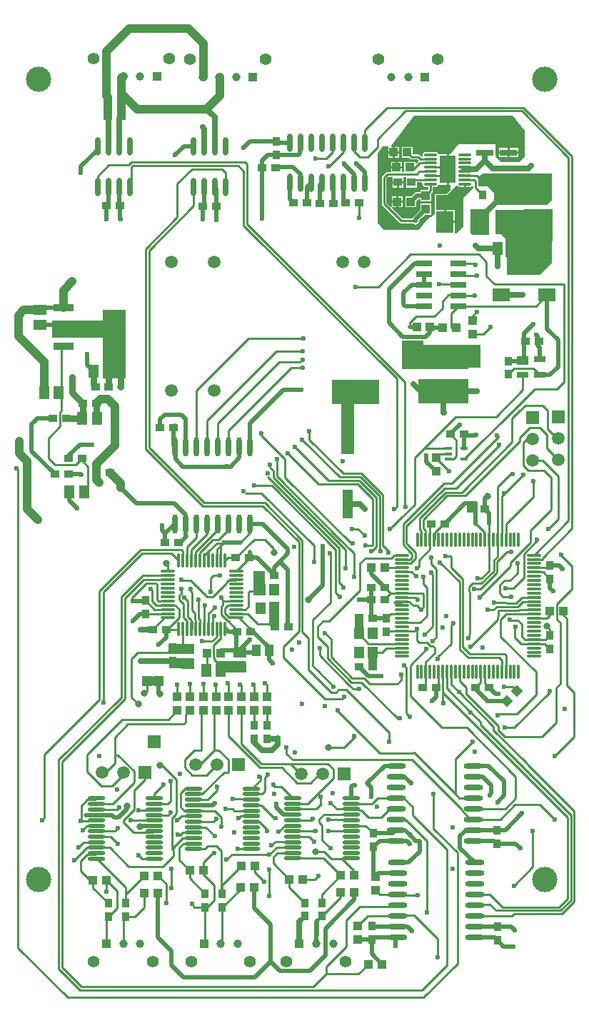
<source format=gtl>
%FSDAX23Y23*%
%MOIN*%
%SFA1B1*%

%IPPOS*%
%AMD28*
4,1,4,0.000000,-0.027700,0.027700,0.000000,0.000000,0.027700,-0.027700,0.000000,0.000000,-0.027700,0.0*
%
%ADD10R,0.037400X0.039370*%
%ADD11O,0.090550X0.023620*%
%ADD12R,0.039370X0.039370*%
%ADD13R,0.039370X0.039370*%
%ADD14O,0.082680X0.017720*%
%ADD15R,0.049210X0.059060*%
%ADD16R,0.059060X0.049210*%
%ADD17R,0.039370X0.037400*%
%ADD18O,0.068900X0.011810*%
%ADD19O,0.011810X0.068900*%
%ADD20O,0.023620X0.086610*%
%ADD21R,0.074800X0.129920*%
%ADD22O,0.062990X0.011810*%
%ADD23R,0.078740X0.098430*%
%ADD24R,0.232280X0.116140*%
%ADD25R,0.053150X0.025590*%
%ADD26R,0.053150X0.041340*%
%ADD27R,0.035430X0.013780*%
G04~CAMADD=28~10~0.0~393.7~0.0~0.0~0.0~0.0~0~0.0~0.0~0.0~0.0~0~0.0~0.0~0.0~0.0~0~0.0~0.0~0.0~225.0~393.7~0.0*
%ADD28D28*%
%ADD29R,0.045280X0.055120*%
%ADD30R,0.074800X0.027560*%
%ADD31R,0.078740X0.031500*%
%ADD32R,0.043310X0.055120*%
%ADD33R,0.047240X0.047240*%
%ADD34R,0.078740X0.062990*%
%ADD35R,0.094490X0.037400*%
%ADD36R,0.094490X0.129920*%
%ADD37O,0.070870X0.011810*%
%ADD38O,0.011810X0.070870*%
%ADD39R,0.051180X0.133860*%
%ADD40O,0.023620X0.090550*%
%ADD41C,0.009840*%
%ADD42C,0.019690*%
%ADD43C,0.010000*%
%ADD44C,0.039370*%
%ADD45C,0.031500*%
%ADD46C,0.027560*%
%ADD47R,0.220470X0.115160*%
%ADD48R,0.063980X0.233270*%
%ADD49R,0.070870X0.111220*%
%ADD50R,0.104330X0.132870*%
%ADD51R,0.116140X0.046260*%
%ADD52R,0.044290X0.101380*%
%ADD53R,0.038390X0.104330*%
%ADD54R,0.120080X0.050200*%
%ADD55R,0.135830X0.056100*%
%ADD56R,0.309060X0.080710*%
%ADD57R,0.108270X0.323820*%
%ADD58R,0.046260X0.115160*%
%ADD59R,0.055120X0.116140*%
%ADD60C,0.055120*%
%ADD61C,0.039370*%
%ADD62R,0.059060X0.059060*%
%ADD63C,0.059060*%
%ADD64C,0.118110*%
%ADD65R,0.059060X0.059060*%
%ADD66C,0.031500*%
%ADD67C,0.023620*%
%LNapb-1*%
%LPD*%
G36*
X02389Y04091D02*
X02410D01*
X02414Y04092*
X02418Y04094*
X02421Y04093*
X02422Y04092*
Y04086*
X02375Y04039*
Y04026*
Y03906*
X02376Y03905*
X02344Y03873*
X02335*
Y03923*
X02290*
Y03928*
X02285*
Y03983*
X02248*
Y04052*
X02300*
X02336Y04087*
X02344Y04096*
X02349Y04096*
X02350Y04095*
X02354Y04092*
X02359Y04091*
X02379*
Y04103*
X02389*
Y04091*
G37*
G36*
X02608Y04420D02*
X02658Y04355D01*
X02662*
Y04234*
X02635Y04208*
X02550*
X02525Y04234*
X02525Y04291*
X02353*
X02350Y04287*
X02316Y04243*
X02308*
Y04172*
Y04101*
X02316*
Y04077*
X02298Y04058*
X02248*
X02244Y04057*
X02242Y04052*
Y03983*
X02244Y03979*
X02244Y03978*
Y03967*
X02244Y03967*
X02231Y03950*
X02218*
X02215Y03948*
X02190Y03916*
X02169Y03889*
X02003*
X02002Y03890*
X01977Y03923*
X01976*
Y04246*
X01975Y04247*
X02001Y04281*
X02026Y04281*
Y04278*
Y04278*
Y04278*
Y04258*
X02046*
Y04278*
X02040*
X02038Y04283*
X02146Y04424*
X02605*
X02608Y04420*
G37*
G36*
X02792Y03838D02*
X02791Y03837D01*
Y03735*
X02735Y03680*
X02581*
Y03761*
X02574Y03768*
Y03847*
X02527Y03895*
Y03982*
X02792Y03987*
Y03838*
G37*
G36*
X02791Y04029D02*
X02768Y04007D01*
X02534*
X02496Y03969*
Y03865*
X02420*
X02408Y03877*
Y03987*
X02479*
X02521Y04029*
Y04063*
X02489Y04094*
X02448*
X02447Y04095*
Y04135*
X02458Y04145*
X02466Y04152*
X02791*
Y04029*
G37*
%LNapb-2*%
%LPC*%
G36*
X02066Y04108D02*
X02046D01*
Y04088*
X02066*
Y04108*
G37*
G36*
X02097D02*
X02076D01*
Y04088*
X02097*
Y04108*
G37*
G36*
X02093Y04016D02*
X02072D01*
Y03995*
X02093*
Y04016*
G37*
G36*
X02335Y03983D02*
X02295D01*
Y03933*
X02335*
Y03983*
G37*
G36*
X02093Y04046D02*
X02072D01*
Y04025*
X02093*
Y04046*
G37*
G36*
X02062D02*
X02042D01*
Y04025*
X02062*
Y04046*
G37*
G36*
X02058Y04208D02*
X02038D01*
Y04187*
X02058*
Y04208*
G37*
G36*
X02582Y04273D02*
X02542D01*
Y04256*
X02582*
Y04273*
G37*
G36*
X02632Y04246D02*
X02592D01*
Y04229*
X02632*
Y04246*
G37*
G36*
X02077Y04278D02*
X02056D01*
Y04258*
X02077*
Y04278*
G37*
G36*
X02632Y04273D02*
X02592D01*
Y04256*
X02632*
Y04273*
G37*
G36*
X02582Y04246D02*
X02542D01*
Y04229*
X02582*
Y04246*
G37*
G36*
X02140Y04278D02*
X02089D01*
Y04227*
X02124*
X02124Y04227*
X02126Y04223*
X02130Y04221*
X02134Y04220*
X02161*
X02166Y04215*
X02166Y04210*
X02165Y04209*
X02156Y04201*
X02152Y04203*
Y04208*
X02101*
Y04161*
X02089*
Y04177*
X02038*
Y04161*
X02022*
X02018Y04160*
X02014Y04157*
X01998Y04142*
X01996Y04138*
X01995Y04134*
Y04012*
X01996Y04007*
X01998Y04004*
X02078Y03924*
X02082Y03922*
X02086Y03921*
X02140*
X02141Y03919*
X02147Y03915*
X02154Y03914*
X02161Y03915*
X02167Y03919*
X02170Y03925*
X02172Y03932*
X02171Y03935*
X02198Y03961*
X02227*
Y04013*
X02175*
Y03984*
X02142Y03951*
X02139Y03946*
X02139Y03945*
X02138Y03943*
X02090*
X02042Y03992*
Y03995*
X02043*
X02062*
Y04016*
X02042*
Y03998*
X02040Y03998*
X02037Y03996*
X02017Y04016*
Y04129*
X02026Y04138*
X02042*
X02046Y04135*
Y04118*
X02097*
Y04135*
Y04138*
X02097Y04138*
X02109*
Y04138*
Y04088*
X02160*
Y04112*
X02180*
X02186Y04108*
X02185Y04103*
X02186Y04099*
X02189Y04095*
X02192Y04092*
X02197Y04091*
X02212*
Y04076*
X02211Y04076*
X02175*
Y04066*
X02160*
X02154Y04065*
X02148Y04061*
X02133Y04046*
X02105*
Y03995*
X02156*
Y04023*
X02166Y04034*
X02175*
Y04024*
X02227*
Y04060*
X02230Y04064*
X02233Y04068*
X02234Y04072*
Y04091*
X02248*
X02253Y04092*
X02257Y04095*
X02259Y04099*
X02260Y04101*
X02260Y04101*
X02298*
Y04172*
Y04243*
X02260*
X02260Y04243*
X02259Y04246*
X02257Y04250*
X02253Y04252*
X02248Y04253*
X02197*
X02192Y04252*
X02189Y04250*
X02186Y04246*
X02185Y04241*
X02186Y04236*
X02189Y04232*
X02180*
X02173Y04239*
X02170Y04241*
X02166Y04242*
X02141*
X02140Y04243*
Y04278*
G37*
G36*
X02089Y04208D02*
X02068D01*
Y04187*
X02089*
Y04208*
G37*
G36*
X02077Y04248D02*
X02056D01*
Y04227*
X02077*
Y04248*
G37*
G36*
X02046D02*
X02026D01*
Y04227*
X02046*
Y04248*
G37*
%LNapb-3*%
%LPD*%
G54D10*
X01957Y01009D03*
Y01072D03*
X01949Y00576D03*
Y00639D03*
X01715Y00685D03*
Y00748D03*
X01635Y00685D03*
Y00748D03*
X01251Y00728D03*
Y00791D03*
X01171Y00728D03*
Y00791D03*
X00718Y00683D03*
Y00746D03*
X00798Y00683D03*
Y00746D03*
X01399Y01577D03*
Y01514D03*
X01458Y01577D03*
Y01514D03*
X01019Y01939D03*
Y01876D03*
X00893Y02096D03*
Y02159D03*
X01504Y04239D03*
Y04302D03*
X02586Y03278D03*
Y03215D03*
X02780Y01997D03*
Y01934D03*
X02016Y02013D03*
Y02076D03*
X02780Y02324D03*
Y02261D03*
X02536Y00572D03*
Y00635D03*
X02532Y01024D03*
Y01087D03*
X02465Y04054D03*
Y04117D03*
G54D11*
X02428Y00586D03*
Y00636D03*
Y00686D03*
Y00736D03*
Y00786D03*
Y00836D03*
Y00886D03*
Y00936D03*
X02068Y00586D03*
Y00636D03*
Y00686D03*
Y00736D03*
Y00786D03*
Y00836D03*
Y00886D03*
Y00936D03*
X02424Y01038D03*
Y01088D03*
Y01138D03*
Y01188D03*
Y01238D03*
Y01288D03*
Y01338D03*
Y01388D03*
X02064Y01038D03*
Y01088D03*
Y01138D03*
Y01188D03*
Y01238D03*
Y01288D03*
Y01338D03*
Y01388D03*
G54D12*
X01965Y00808D03*
Y00871D03*
X01884Y00639D03*
Y00576D03*
X01458Y01709D03*
Y01646D03*
X01399Y01709D03*
Y01646D03*
X01340Y01709D03*
Y01646D03*
X01281Y01709D03*
Y01646D03*
X01222Y01709D03*
Y01646D03*
X01163Y01709D03*
Y01646D03*
X01101Y01709D03*
Y01646D03*
X01041Y01709D03*
Y01646D03*
X02201Y04050D03*
Y03987D03*
X02421Y03402D03*
Y03465D03*
X02249Y02762D03*
Y02825D03*
G54D13*
X01866Y00876D03*
X01803D03*
Y00796D03*
X01866D03*
X01626Y00856D03*
X01563D03*
X01403Y00920D03*
X01340D03*
X01398Y00820D03*
X01335D03*
X01163Y00900D03*
X01100D03*
X00886Y00794D03*
X00949D03*
Y00874D03*
X00886D03*
X00709Y00854D03*
X00646D03*
X01243Y01914D03*
X01180D03*
X00717Y04422D03*
X00780D03*
X02063Y04182D03*
X02126D03*
X02051Y04253D03*
X02114D03*
X02067Y04021D03*
X02130D03*
X02221Y03438D03*
X02158D03*
X02343Y03434D03*
X02280D03*
X02843Y02111D03*
X02780D03*
X02008Y02312D03*
X01945D03*
X01933Y00461D03*
X01996D03*
X02197Y04603D03*
X01394D03*
X00945Y04607D03*
X01610Y00556D03*
X00710Y00555D03*
X01165Y00557D03*
G54D14*
X00933Y00954D03*
Y00979D03*
Y01005D03*
Y01030D03*
Y01056D03*
Y01082D03*
Y01107D03*
Y01133D03*
Y01158D03*
Y01184D03*
Y01210D03*
Y01235D03*
X00662Y00954D03*
Y00979D03*
Y01005D03*
Y01030D03*
Y01056D03*
Y01082D03*
Y01107D03*
Y01133D03*
Y01158D03*
Y01184D03*
Y01210D03*
Y01235D03*
X01387Y00999D03*
Y01024D03*
Y01050D03*
Y01076D03*
Y01101D03*
Y01127D03*
Y01152D03*
Y01178D03*
Y01204D03*
Y01229D03*
Y01255D03*
Y01280D03*
X01116Y00999D03*
Y01024D03*
Y01050D03*
Y01076D03*
Y01101D03*
Y01127D03*
Y01152D03*
Y01178D03*
Y01204D03*
Y01229D03*
Y01255D03*
Y01280D03*
X01853Y00955D03*
Y00980D03*
Y01006D03*
Y01031D03*
Y01057D03*
Y01083D03*
Y01108D03*
Y01134D03*
Y01159D03*
Y01185D03*
Y01211D03*
Y01236D03*
X01581Y00955D03*
Y00980D03*
Y01006D03*
Y01031D03*
Y01057D03*
Y01083D03*
Y01108D03*
Y01134D03*
Y01159D03*
Y01185D03*
Y01211D03*
Y01236D03*
G54D15*
X01175Y01832D03*
X01244D03*
X00536Y02666D03*
X00605D03*
X00487Y03131D03*
X00418D03*
X00596Y03009D03*
X00665D03*
X02537Y03804D03*
X02606D03*
X00650Y03229D03*
X00719D03*
G54D16*
X01090Y01933D03*
Y01864D03*
X00398Y03515D03*
Y03446D03*
X01332Y01917D03*
Y01848D03*
G54D17*
X00988Y02024D03*
X00925D03*
X01313Y02359D03*
X01376D03*
X00984Y02430D03*
X01047D03*
X00532Y02749D03*
X00469D03*
X00725Y02757D03*
X00662D03*
X00532Y02824D03*
X00595D03*
X00461Y03009D03*
X00524D03*
X00662Y03080D03*
X00599D03*
X00721Y03158D03*
X00658D03*
X00711Y04002D03*
X00774D03*
X01159Y04001D03*
X01222D03*
X01889Y04016D03*
X01826D03*
X01768Y04013D03*
X01705D03*
X01646Y04015D03*
X01583D03*
X01437Y04180D03*
X01500D03*
X02071Y04113D03*
X02134D03*
X02666Y03371D03*
X02729D03*
X02378Y02938D03*
X02315D03*
X02225Y02517D03*
X02288D03*
X02496Y01753D03*
X02433D03*
X02185D03*
X02248D03*
X01889Y01851D03*
X01952D03*
Y02076D03*
X01889D03*
X02008Y02162D03*
X01945D03*
X02008Y02221D03*
X01945D03*
X02477Y02587D03*
X02414D03*
X01429Y02275D03*
X01492D03*
X01319Y02013D03*
X01382D03*
X01496Y02036D03*
X01559D03*
X01024Y02965D03*
X00961D03*
G54D18*
X01316Y02079D03*
Y02098D03*
Y02118D03*
Y02138D03*
Y02157D03*
Y02177D03*
Y02197D03*
Y02216D03*
Y02236D03*
Y02256D03*
Y02275D03*
Y02295D03*
X00995D03*
Y02275D03*
Y02256D03*
Y02236D03*
Y02216D03*
Y02197D03*
Y02177D03*
Y02157D03*
Y02138D03*
Y02118D03*
Y02098D03*
Y02079D03*
G54D19*
X01264Y02347D03*
X01244D03*
X01225D03*
X01205D03*
X01185D03*
X01166D03*
X01146D03*
X01126D03*
X01107D03*
X01087D03*
X01067D03*
X01047D03*
Y02026D03*
X01067D03*
X01087D03*
X01107D03*
X01126D03*
X01146D03*
X01166D03*
X01185D03*
X01205D03*
X01225D03*
X01244D03*
X01264D03*
G54D20*
X00818Y04281D03*
X00768D03*
X00718D03*
X00668D03*
X00818Y04090D03*
X00768D03*
X00718D03*
X00668D03*
X01266Y04280D03*
X01216D03*
X01166D03*
X01116D03*
X01266Y04089D03*
X01216D03*
X01166D03*
X01116D03*
X01915Y04298D03*
X01865D03*
X01815D03*
X01765D03*
X01715D03*
X01665D03*
X01615D03*
X01565D03*
X01915Y04109D03*
X01865D03*
X01815D03*
X01765D03*
X01715D03*
X01665D03*
X01615D03*
X01565D03*
G54D21*
X02303Y04172D03*
G54D22*
X02223Y04241D03*
Y04221D03*
Y04202D03*
Y04182D03*
Y04162D03*
Y04143D03*
Y04123D03*
Y04103D03*
X02384Y04241D03*
Y04221D03*
Y04202D03*
Y04182D03*
Y04162D03*
Y04143D03*
Y04123D03*
Y04103D03*
G54D23*
X02290Y03928D03*
X02451D03*
G54D24*
X02284Y03138D03*
Y03297D03*
X02642Y04086D03*
Y03927D03*
G54D25*
X02734Y03288D03*
Y03212D03*
X02654D03*
G54D26*
X02654Y03280D03*
G54D27*
X02306Y02870D03*
Y02844D03*
Y02819D03*
X02381D03*
Y02870D03*
G54D28*
X02580Y01691D03*
X02625Y01736D03*
G54D29*
X01889Y02005D03*
Y01918D03*
X01952D03*
Y02005D03*
X01492Y02123D03*
Y02210D03*
X01429D03*
Y02123D03*
G54D30*
X02193Y03734D03*
Y03684D03*
Y03634D03*
Y03584D03*
Y03534D03*
X02353Y03734D03*
Y03684D03*
Y03634D03*
Y03584D03*
Y03534D03*
G54D31*
X02477Y04251D03*
X02587D03*
G54D32*
X01409Y01926D03*
X01468D03*
G54D33*
X00953Y01784D03*
X00898D03*
G54D34*
X02767Y03585D03*
X02554D03*
G54D35*
X00510Y03526D03*
Y03436D03*
Y03345D03*
G54D36*
X00738Y03436D03*
G54D37*
X02091Y02371D03*
Y02351D03*
Y02332D03*
Y02312D03*
Y02292D03*
Y02273D03*
Y02253D03*
Y02233D03*
Y02213D03*
Y02194D03*
Y02174D03*
Y02154D03*
Y02135D03*
Y02115D03*
Y02095D03*
Y02076D03*
Y02056D03*
Y02036D03*
Y02017D03*
Y01997D03*
Y01977D03*
Y01958D03*
Y01938D03*
Y01918D03*
Y01899D03*
X02705D03*
Y01918D03*
Y01938D03*
Y01958D03*
Y01977D03*
Y01997D03*
Y02017D03*
Y02036D03*
Y02056D03*
Y02076D03*
Y02095D03*
Y02115D03*
Y02135D03*
Y02154D03*
Y02174D03*
Y02194D03*
Y02213D03*
Y02233D03*
Y02253D03*
Y02273D03*
Y02292D03*
Y02312D03*
Y02332D03*
Y02351D03*
Y02371D03*
G54D38*
X02162Y01828D03*
X02181D03*
X02201D03*
X02221D03*
X02240D03*
X02260D03*
X02280D03*
X02299D03*
X02319D03*
X02339D03*
X02359D03*
X02378D03*
X02398D03*
X02418D03*
X02437D03*
X02457D03*
X02477D03*
X02496D03*
X02516D03*
X02536D03*
X02555D03*
X02575D03*
X02595D03*
X02614D03*
X02634D03*
Y02442D03*
X02614D03*
X02595D03*
X02575D03*
X02555D03*
X02536D03*
X02516D03*
X02496D03*
X02477D03*
X02457D03*
X02437D03*
X02418D03*
X02398D03*
X02378D03*
X02359D03*
X02339D03*
X02319D03*
X02299D03*
X02280D03*
X02260D03*
X02240D03*
X02221D03*
X02201D03*
X02181D03*
X02162D03*
G54D39*
X01835Y02913D03*
Y02610D03*
G54D40*
X01030Y02518D03*
X01080D03*
X01130D03*
X01180D03*
X01230D03*
X01280D03*
X01330D03*
X01380D03*
X01030Y02878D03*
X01080D03*
X01130D03*
X01180D03*
X01230D03*
X01280D03*
X01330D03*
X01380D03*
G54D41*
X02030Y01500D02*
Y01543D01*
X01831Y01742D02*
X02030Y01543D01*
X01793Y01742D02*
X01831D01*
X01782Y01731D02*
X01793Y01742D01*
X01760Y01731D02*
X01782D01*
X01654Y01837D02*
X01760Y01731D01*
X01654Y01837D02*
Y01982D01*
X01624Y02012D02*
X01654Y01982D01*
X01623Y02012D02*
X01624D01*
X01623D02*
Y02440D01*
X01448Y02616D02*
X01623Y02440D01*
X01165Y02616D02*
X01448D01*
X00908Y02873D02*
X01165Y02616D01*
X00908Y02873D02*
Y03793D01*
X01116Y04002*
Y04089*
X02070Y01609D02*
X02078D01*
X02067Y01770D02*
X02085Y01787D01*
Y01814*
X01939Y01770D02*
X02067D01*
X01912Y01797D02*
X01939Y01770D01*
X01535Y01944D02*
X01608Y02017D01*
X01535Y01893D02*
Y01944D01*
X02421Y02239D02*
X02459D01*
X02404Y02202D02*
X02407Y02199D01*
X02427Y02212D02*
X02440D01*
X02427Y02213D02*
X02427Y02212D01*
X02404Y02222D02*
X02421Y02239D01*
X02404Y02202D02*
Y02222D01*
X02404Y02000D02*
X02407Y02002D01*
X02404Y01986D02*
Y02000D01*
X02401Y01983D02*
X02404Y01986D01*
X02407Y02002D02*
Y02199D01*
X02439Y02213D02*
X02440Y02212D01*
X02439Y02213D02*
X02456D01*
X02534Y02291*
X02129Y01858D02*
X02203Y01932D01*
X02129Y01712D02*
Y01858D01*
Y01712D02*
X02275Y01566D01*
X02393*
X02621Y01337*
Y01238D02*
Y01337D01*
X02572Y01188D02*
X02621Y01238D01*
X02464Y01188D02*
X02572D01*
X02424D02*
X02464D01*
X02734Y01206D02*
X02802Y01138D01*
X02617Y01206D02*
X02734D01*
X02550Y01138D02*
X02617Y01206D01*
X02424Y01138D02*
X02550D01*
X02626Y01629D02*
X02716Y01719D01*
X02550Y01629D02*
X02626D01*
X02542D02*
X02550D01*
X02535Y01622D02*
X02542Y01629D01*
X02421Y03465D02*
Y03490D01*
Y03450D02*
Y03465D01*
X02292Y02368D02*
X02315D01*
X02321Y02362*
Y02313D02*
Y02362D01*
Y02313D02*
X02374Y02260D01*
Y01943D02*
Y02260D01*
Y01943D02*
X02407Y01910D01*
X02569*
X02575Y01904*
Y01828D02*
Y01904D01*
X02266Y02337D02*
X02359Y02245D01*
Y01931D02*
Y02245D01*
Y01931D02*
X02398Y01892D01*
X02544*
X02555Y01880*
Y01828D02*
Y01880D01*
X02541Y02088D02*
Y02114D01*
X02536Y02083D02*
X02541Y02088D01*
X02536Y02069D02*
Y02083D01*
X02411Y01944D02*
X02536Y02069D01*
X02459Y02262D02*
X02496Y02298D01*
X02443Y02262D02*
X02459D01*
X02459Y02239D02*
X02518Y02298D01*
Y02347*
X02536Y02365*
Y02442*
X00890Y01355D02*
D01*
Y01324D02*
Y01355D01*
X00839Y01272D02*
X00890Y01324D01*
X00839Y01182D02*
Y01272D01*
X00791Y01134D02*
X00839Y01182D01*
X00791Y01124D02*
Y01134D01*
Y01124D02*
X00837Y01077D01*
X00929*
X00933Y01082*
X01016Y00999D02*
X01024Y00991D01*
X01035Y01166D02*
Y01324D01*
X01015Y01016D02*
X01024Y01007D01*
X01015Y01016D02*
Y01136D01*
X01016Y01137*
Y01142*
X01034Y01160*
Y01165*
X01035Y01166*
X00968Y01391D02*
X01035Y01324D01*
X00960Y01391D02*
X00968D01*
X00859Y01675D02*
X00859D01*
X00856Y01916D02*
X00997D01*
X01019Y01939*
X01313Y02253D02*
X01316Y02256D01*
X01281Y02253D02*
X01313D01*
X01271Y02243D02*
X01281Y02253D01*
X01271Y02239D02*
Y02243D01*
X01207Y02175D02*
X01271Y02239D01*
X01179Y02175D02*
X01207D01*
X01102Y02253D02*
X01179Y02175D01*
X01088Y02253D02*
X01102D01*
X01488Y02389D02*
Y02404D01*
Y02389D02*
X01493Y02384D01*
X01449Y02444D02*
X01488Y02404D01*
X01398Y02444D02*
X01449D01*
X01313Y02359D02*
X01398Y02444D01*
X01336Y02431D02*
X01380Y02475D01*
Y02518*
X01266Y04089D02*
X01267Y04090D01*
Y04156*
X01250Y04173D02*
X01267Y04156D01*
X01108Y04173D02*
X01250D01*
X01041Y04107D02*
X01108Y04173D01*
X01041Y03949D02*
Y04107D01*
X00892Y03800D02*
X01041Y03949D01*
X01535Y01893D02*
X01728Y01700D01*
X01808*
X01819Y01711*
X01681Y02341D02*
Y02413D01*
X01210Y02275D02*
X01238D01*
X00595Y02813D02*
Y02824D01*
Y02813D02*
X00624Y02783D01*
Y02685D02*
Y02783D01*
X00605Y02666D02*
X00624Y02685D01*
X00439Y02824D02*
Y02910D01*
Y02824D02*
X00469Y02794D01*
X00565*
X00595Y02824*
X00501Y03046D02*
Y03336D01*
X00510Y03345*
X00493Y03038D02*
X00501Y03046D01*
X00493Y02972D02*
Y03038D01*
X00439Y02917D02*
X00493Y02972D01*
X00439Y02910D02*
Y02917D01*
X01316Y02295D02*
X01376Y02355D01*
Y02359*
X01489Y01294D02*
Y01301D01*
Y01294D02*
X01493Y01290D01*
X01527*
X01581Y01236*
X00593Y01201D02*
X00621Y01229D01*
X00593Y01135D02*
Y01201D01*
X00656Y01229D02*
X00662Y01235D01*
X00621Y01229D02*
X00656D01*
X00589Y01131D02*
X00593Y01135D01*
X01056Y01196D02*
X01074Y01178D01*
X01116*
X01056Y01196D02*
Y01260D01*
X01077Y01280*
X01116*
X00660Y01131D02*
X00662Y01133D01*
X00589Y01131D02*
X00660D01*
X01215Y01178D02*
X01245Y01148D01*
X01116Y01178D02*
X01215D01*
X01245Y01103D02*
X01246Y01102D01*
X01245Y01103D02*
Y01148D01*
X01428Y01321D02*
Y01340D01*
X01424Y01336D02*
X01428Y01340D01*
X01423Y01336D02*
X01424D01*
X01387Y01280D02*
X01428Y01321D01*
X00933Y01258D02*
X00976Y01300D01*
X00933Y01235D02*
Y01258D01*
X02110Y01632D02*
Y01844D01*
Y01632D02*
X02126Y01616D01*
X02100Y01855D02*
X02110Y01844D01*
X02207Y01962D02*
X02222Y01948D01*
X02171Y01962D02*
X02207D01*
X02232Y01970D02*
X02250Y01989D01*
X02234Y01948D02*
X02242Y01939D01*
X02222Y01948D02*
X02234D01*
X02135Y02292D02*
X02153Y02274D01*
X02091Y02292D02*
X02135D01*
X02034Y01188D02*
X02064D01*
X02859Y01764D02*
X02892Y01730D01*
Y01523D02*
Y01730D01*
X02803Y01434D02*
X02892Y01523D01*
X02826Y02377D02*
X02882Y02320D01*
X01324Y01001D02*
X01326Y00999D01*
X01387*
X01403Y00890D02*
X01445Y00848D01*
X01403Y00890D02*
Y00920D01*
X01179Y00728D02*
X01212Y00761D01*
X01171Y00728D02*
X01179D01*
X01212Y00761D02*
Y00830D01*
X01163Y00879D02*
X01212Y00830D01*
X01163Y00879D02*
Y00900D01*
X00988Y00745D02*
Y00835D01*
X00949Y00874D02*
X00988Y00835D01*
X00859Y00970D02*
X00876Y00954D01*
X00933*
X00709Y00803D02*
Y00854D01*
Y00803D02*
X00711Y00801D01*
X00759Y00724D02*
Y00804D01*
X00709Y00854D02*
X00759Y00804D01*
X00718Y00683D02*
X00759Y00724D01*
X02843Y02091D02*
Y02111D01*
Y02091D02*
X02859Y02076D01*
Y01764D02*
Y02076D01*
X02539Y01554D02*
X02570Y01522D01*
X02743*
X02811Y01590*
X02812Y02144D02*
X02882Y02214D01*
X02811Y01590D02*
Y01752D01*
X02828Y01769*
Y02055*
X02812Y02071D02*
X02828Y02055D01*
X02812Y02071D02*
Y02144D01*
X02882Y02214D02*
Y02320D01*
X02778Y01731D02*
Y01737D01*
X02614Y01568D02*
X02778Y01731D01*
X02593Y02070D02*
X02596Y02067D01*
X02630*
X02648Y02049*
Y01992D02*
Y02049D01*
Y01992D02*
X02663Y01977D01*
X02705*
X02615Y02032D02*
X02619Y02035D01*
X02615Y01988D02*
Y02032D01*
Y01988D02*
X02646Y01958D01*
X02705*
X02576Y02095D02*
X02705D01*
X02551Y01991D02*
Y02071D01*
X02576Y02095*
X02636Y02115D02*
X02705D01*
X02635Y02114D02*
X02636Y02115D01*
X02541Y02114D02*
X02635D01*
X02517Y02115D02*
X02532Y02130D01*
X02488Y02115D02*
X02517D01*
X02532Y02130D02*
X02629D01*
X02765Y02076D02*
X02780Y02090D01*
Y02111*
X02705Y02076D02*
X02765D01*
X02767Y02040D02*
X02780Y02027D01*
X02767Y02040D02*
Y02040D01*
X02780Y01997D02*
Y02027D01*
X02148Y02825D02*
X02193Y02870D01*
X02148Y02607D02*
Y02825D01*
X02084Y02543D02*
X02148Y02607D01*
X02034Y02493D02*
X02084Y02543D01*
X01921Y01108D02*
X01957Y01072D01*
X01853Y01108D02*
X01921D01*
X01488Y00932D02*
X01563Y00856D01*
X01488Y00932D02*
Y00961D01*
X01507Y00980*
X01542*
X01811Y00953D02*
X01866Y00897D01*
Y00876D02*
Y00897D01*
X01811Y00953D02*
X01813Y00955D01*
X01759Y00953D02*
X01811D01*
X01685Y00987D02*
X01725D01*
X00991Y02333D02*
X00995Y02329D01*
Y02295D02*
Y02329D01*
X00875Y02381D02*
X01014D01*
X00695Y02201D02*
X00875Y02381D01*
X01014D02*
X01047Y02347D01*
X01102Y02204D02*
Y02213D01*
Y02204D02*
X01109Y02196D01*
Y02113D02*
Y02196D01*
Y02113D02*
X01123Y02100D01*
Y02070D02*
Y02100D01*
X01313Y02028D02*
X01317D01*
X01212Y01882D02*
Y01898D01*
X01245Y01848D02*
Y01849D01*
X01212Y01882D02*
X01245Y01849D01*
X01211Y01898D02*
X01212Y01898D01*
X01211Y01898D02*
Y01951D01*
X01241Y01980*
X01244*
X01176Y01848D02*
X01179Y01850D01*
X01045Y02024D02*
X01047Y02026D01*
X00988Y02024D02*
X01045D01*
X02054Y02151D02*
X02091D01*
X02160Y02137D02*
X02178Y02118D01*
X02142Y02137D02*
X02160D01*
X02124Y02154D02*
X02142Y02137D01*
X02091Y02154D02*
X02124D01*
X02091Y02194D02*
X02185D01*
X02190Y02189*
Y02130D02*
Y02189D01*
X02178Y02118D02*
X02190Y02130D01*
X02191Y02237D02*
X02207Y02221D01*
Y02088D02*
Y02221D01*
X02174Y02056D02*
X02207Y02088D01*
X02091Y02056D02*
X02174D01*
X02191Y02237D02*
Y02271D01*
X02224Y02291D02*
X02225Y02291D01*
X02223Y02291D02*
X02224D01*
X02224Y02290D02*
X02234Y02279D01*
X02227Y02329D02*
X02250Y02305D01*
X01675Y00355D02*
X01735Y00415D01*
X02139Y01155D02*
X02298Y00996D01*
X02139Y01155D02*
Y01195D01*
X02095Y01238D02*
X02139Y01195D01*
X02298Y00456D02*
Y00996D01*
X01166Y02369D02*
X01185Y02389D01*
X01166Y02347D02*
Y02369D01*
X01258Y02428D02*
X01260Y02431D01*
X01244Y02415D02*
X01258Y02428D01*
X01225D02*
X01258D01*
X01185Y02389D02*
X01225Y02428D01*
X01185Y02347D02*
Y02389D01*
X01225Y02395D02*
X01244Y02415D01*
X01225Y02347D02*
Y02395D01*
X01244Y02347D02*
Y02415D01*
X01264Y02347D02*
X01276Y02359D01*
X01313*
X02159Y01974D02*
X02171Y01962D01*
X02159Y01974D02*
Y02028D01*
X02242Y01914D02*
Y01939D01*
X02201Y01873D02*
X02242Y01914D01*
X02201Y01828D02*
Y01873D01*
X02542Y02887D02*
X02545Y02885D01*
X02289Y02683D02*
X02343D01*
X02110Y02505D02*
X02289Y02683D01*
X02110Y02426D02*
Y02505D01*
Y02426D02*
X02133Y02403D01*
X02134*
X02153Y02384*
Y02355D02*
Y02384D01*
X02130Y02332D02*
X02153Y02355D01*
X02091Y02332D02*
X02130D01*
X02534Y02930D02*
X02538Y02925D01*
Y02923D02*
Y02925D01*
X02505Y02889D02*
X02538Y02923D01*
X02324Y02708D02*
X02505Y02889D01*
X02286Y02708D02*
X02324D01*
X02095Y02517D02*
X02286Y02708D01*
X02095Y02419D02*
Y02517D01*
Y02419D02*
X02126Y02388D01*
X02127*
X02137Y02378*
Y02364D02*
Y02378D01*
X02136Y02363D02*
X02137Y02364D01*
X02136Y02363D02*
D01*
X02137Y02361*
X02127Y02351D02*
X02137Y02361D01*
X02091Y02351D02*
X02127D01*
X02321Y02931D02*
X02343Y02909D01*
X02342Y02832D02*
Y02908D01*
X02329Y02819D02*
X02342Y02832D01*
X02306Y02819D02*
X02329D01*
X02249Y02824D02*
Y02825D01*
Y02824D02*
X02311Y02762D01*
X02867Y03340D02*
Y03626D01*
X02866Y03626D02*
X02867Y03626D01*
X02866Y03626D02*
Y04227D01*
X02649Y04445D02*
X02866Y04227D01*
X02106Y04445D02*
X02649D01*
X01975Y04314D02*
X02106Y04445D01*
X01975Y04276D02*
Y04314D01*
X01928Y04229D02*
X01975Y04276D01*
X01893Y04229D02*
X01928D01*
X01865Y04257D02*
X01893Y04229D01*
X01865Y04257D02*
Y04298D01*
X02171Y04162D02*
X02223D01*
X02158Y04149D02*
X02171Y04162D01*
X02022Y04149D02*
X02158D01*
X02006Y04134D02*
X02022Y04149D01*
X02006Y04012D02*
Y04134D01*
Y04012D02*
X02086Y03932D01*
X02154*
X01901Y01778D02*
X02070Y01609D01*
X01853Y01778D02*
X01901D01*
X01742Y01889D02*
X01853Y01778D01*
X01742Y01889D02*
Y01943D01*
X01329Y02079D02*
X01380Y02028D01*
X01316Y02079D02*
X01329D01*
X01372Y02197D02*
X01378Y02203D01*
X01372Y02154D02*
Y02197D01*
X01378Y02203D02*
X01396D01*
X02054Y02151D02*
X02057Y02154D01*
X02091*
X02008Y02162D02*
Y02166D01*
X02036Y02194*
X02008Y02221D02*
X02036Y02194D01*
X02091*
X01872Y03623D02*
X01979D01*
X02131Y03775*
X02450*
X02484Y03741*
Y03674D02*
Y03741D01*
Y03674D02*
X02524Y03635D01*
X02847*
Y03181D02*
Y03635D01*
X02813Y03148D02*
X02847Y03181D01*
X02710Y03148D02*
X02813D01*
X02558Y02996D02*
X02710Y03148D01*
X02461Y02899D02*
X02558Y02996D01*
X02381Y02819D02*
X02461Y02899D01*
X02536Y02691D02*
X02596Y02751D01*
X02607*
X02555Y02646D02*
X02657Y02747D01*
X02555Y02627D02*
Y02646D01*
X02703Y02643D02*
Y02717D01*
X02575Y02515D02*
X02703Y02643D01*
X02103Y02598D02*
D01*
X02105*
X02103D02*
Y03180D01*
X00721Y04194D02*
X00814D01*
X00827Y04206*
X01357*
X00668Y04141D02*
X00721Y04194D01*
X02065Y02597D02*
Y03195D01*
X02052Y02585D02*
X02065Y02597D01*
X02628Y02288D02*
Y02332D01*
X02547Y02192D02*
X02548Y02191D01*
X02576Y02148D02*
X02624D01*
X02576Y02149D02*
X02576Y02148D01*
X02518Y02149D02*
X02576D01*
X02659Y02378D02*
X02720Y02440D01*
Y02442*
X02659Y02267D02*
Y02378D01*
X02578Y02385D02*
X02601D01*
X02534Y02340D02*
X02578Y02385D01*
X02534Y02291D02*
Y02340D01*
X02547Y02192D02*
Y02232D01*
X02568Y02254*
X02594D02*
X02628Y02288D01*
X02608Y02215D02*
X02659Y02267D01*
X02574Y02215D02*
X02608D01*
X02568Y02254D02*
X02594D01*
X02716Y01719D02*
Y01826D01*
X02551Y01991D02*
X02716Y01826D01*
X02756Y01958D02*
X02780Y01934D01*
X02705Y01958D02*
X02756D01*
X02760Y01977D02*
X02780Y01997D01*
X02705Y01977D02*
X02760D01*
X02567Y01755D02*
X02606D01*
X02625Y01736*
X02570Y01568D02*
X02614D01*
X02319Y03501D02*
X02353Y03534D01*
X02319Y03434D02*
Y03501D01*
X02384Y04143D02*
X02439D01*
X02465Y04117*
X02433Y04086D02*
Y04115D01*
X02384Y04123D02*
X02385Y04122D01*
X02426*
X02433Y04115*
Y04086D02*
X02465Y04054D01*
X02201Y04050D02*
X02223Y04072D01*
Y04103*
X02144Y04123D02*
X02223D01*
X02134Y04113D02*
X02144Y04123D01*
X02143Y04172D02*
X02172Y04202D01*
X02223*
X02134Y04172D02*
X02143D01*
X02179Y04221D02*
X02223D01*
X02166Y04231D02*
X02177Y04219D01*
X02134Y04231D02*
X02166D01*
X02748Y02292D02*
X02780Y02261D01*
X02705Y02292D02*
X02748D01*
X02768Y02312D02*
X02780Y02324D01*
X02705Y02312D02*
X02768D01*
X02496Y02298D02*
Y02442D01*
X00934Y02118D02*
X00995D01*
X00925Y02024D02*
X00979Y02079D01*
X00995*
X02169Y02348D02*
X02221Y02400D01*
X02160Y02309D02*
X02169Y02318D01*
Y02348*
X02221Y02400D02*
Y02442D01*
X02152Y02174D02*
X02163Y02163D01*
X02091Y02174D02*
X02152D01*
X01024Y00968D02*
Y00991D01*
X00973Y00917D02*
X01024Y00968D01*
X00813Y00917D02*
X00973D01*
X00726Y01005D02*
X00813Y00917D01*
X00662Y01005D02*
X00726D01*
X01016Y00999D02*
X01024Y01007D01*
X01295Y00973D02*
X01468D01*
X02496Y02442D02*
Y02517D01*
X02477Y02442D02*
Y02475D01*
Y02442D02*
Y02442D01*
X02435Y02517D02*
X02477Y02475D01*
X02433Y02517D02*
X02435D01*
X02282D02*
X02284D01*
X02243Y02478D02*
X02282Y02517D01*
X02243Y02445D02*
Y02478D01*
X02240Y02442D02*
X02243Y02445D01*
X02221Y02442D02*
Y02517D01*
X02424Y01188D02*
X02428Y01185D01*
X02143Y01447D02*
X02146Y01450D01*
X02339Y01257*
X01985Y01447D02*
X02143D01*
X02339Y01257D02*
Y01420D01*
Y01257D02*
X02357Y01238D01*
X02339Y01420D02*
X02418Y01499D01*
X01280Y02953D02*
X01409Y03082D01*
X01280Y02878D02*
Y02953D01*
X01180Y03000D02*
X01213Y03033D01*
X01180Y02878D02*
Y03000D01*
X02278Y03524D02*
Y03556D01*
X02240Y03486D02*
X02278Y03524D01*
X02155Y03486D02*
X02240D01*
X02307Y03586D02*
X02351D01*
X02353Y03584*
X02278Y03556D02*
X02307Y03586D01*
X02126Y03458D02*
X02155Y03486D01*
X02126Y03438D02*
Y03458D01*
X02421Y03490D02*
X02438Y03507D01*
X02352Y03635D02*
X02353Y03634D01*
X02263Y03635D02*
X02352D01*
X02064Y01238D02*
X02095D01*
X02182Y00339D02*
X02298Y00456D01*
X01966Y00339D02*
X02182D01*
X02206Y00702D02*
Y01038D01*
Y00702D02*
Y00963D01*
X02106Y01138D02*
X02150Y01094D01*
X02064Y01138D02*
X02106D01*
X02353Y03684D02*
X02361Y03676D01*
X02441*
X02306Y02844D02*
D01*
X02829Y02377D02*
X02834Y02372D01*
X02826Y02377D02*
X02829D01*
X02359Y01784D02*
X02389Y01754D01*
X02539Y01554D02*
Y01573D01*
X02389Y01722D02*
X02539Y01573D01*
X02389Y01722D02*
Y01754D01*
X02359Y01784D02*
Y01828D01*
X02717Y03534D02*
X02767Y03585D01*
X02353Y03534D02*
X02717D01*
X02353Y03734D02*
X02425D01*
X02353Y03584D02*
X02353Y03584D01*
X02431*
X02341Y03018D02*
X02528D01*
X02654Y03144*
Y03212*
X02193Y02870D02*
X02341Y03018D01*
X01251Y00728D02*
X01335Y00811D01*
Y00820*
X01894Y02208D02*
Y02333D01*
X01749Y02063D02*
X01894Y02208D01*
X01720Y02063D02*
X01749D01*
X02068Y00686D02*
X02072Y00690D01*
X02146*
X02255Y00581*
Y00494D02*
Y00581D01*
X01884Y00639D02*
X01931Y00686D01*
X02068*
X01894Y00729D02*
X01944D01*
X01797Y02448D02*
X01849Y02397D01*
X01797Y02448D02*
X01797D01*
X01796Y02427D02*
X01816Y02407D01*
X01796Y02427D02*
X01796D01*
X01796Y02394D02*
X01796Y02394D01*
X01796Y02394D02*
Y02404D01*
X01789Y02411D02*
X01796Y02404D01*
X01789Y02411D02*
Y02411D01*
X01865Y02326D02*
Y02353D01*
X01857Y02494D02*
X01884D01*
X01695Y01834D02*
X01771Y01758D01*
X02249Y02825D02*
X02269Y02844D01*
X02306*
Y02870D02*
D01*
X02193D02*
X02306D01*
X01884Y02494D02*
X01915Y02463D01*
X01911D02*
X01915D01*
X02036Y02095D02*
X02091D01*
X02016Y02076D02*
X02036Y02095D01*
X02234Y02039D02*
Y02279D01*
X02196Y02001D02*
X02234Y02039D01*
X02250Y01989D02*
Y02118D01*
X02227Y02329D02*
Y02361D01*
X02357Y01238D02*
X02424D01*
X02477Y01773D02*
X02496Y01753D01*
X02477Y01773D02*
Y01828D01*
X02433Y01753D02*
X02457Y01776D01*
Y01828*
X02248Y01753D02*
X02260Y01765D01*
Y01828*
X02185Y01753D02*
X02201Y01769D01*
Y01828*
X02701Y00915D02*
Y01083D01*
X01919Y02357D02*
X02015D01*
X02883Y03754D02*
Y04233D01*
X02655Y04461D02*
X02883Y04233D01*
X02020Y04461D02*
X02655D01*
X01915Y04356D02*
X02020Y04461D01*
X01915Y04298D02*
Y04356D01*
X02883Y03347D02*
Y03754D01*
X02882Y03755D02*
X02883Y03754D01*
X01894Y02333D02*
X01919Y02357D01*
X02040Y02357D02*
X02054Y02371D01*
X02015Y02357D02*
X02015Y02357D01*
X02040*
X02054Y02371D02*
X02091D01*
X02008Y02312D02*
X02091D01*
X01889Y02002D02*
X01934Y01958D01*
X02091*
X01889Y02002D02*
Y02005D01*
X02091Y01938D02*
D01*
X02016D02*
X02091D01*
X01996Y01918D02*
X02016Y01938D01*
X01952Y01918D02*
X01996D01*
X00893Y02096D02*
X00896Y02098D01*
X00995*
X01067Y01956D02*
Y02026D01*
Y01956D02*
X01090Y01933D01*
X01244Y01980D02*
Y02026D01*
X00695Y01682D02*
Y02201D01*
X00676Y02204D02*
X00869Y02397D01*
X02612Y00827D02*
X02701Y00915D01*
X01748Y04187D02*
X01815Y04254D01*
X01746Y04187D02*
X01748D01*
X01815Y04254D02*
Y04298D01*
X01683Y04227D02*
X01686Y04224D01*
X01735*
X01765Y04254*
Y04298*
X01357Y04206D02*
X01365Y04198D01*
Y03917D02*
Y04198D01*
X01325Y04189D02*
X01350Y04164D01*
X00832Y04189D02*
X01325D01*
X01350Y03910D02*
Y04164D01*
X00826Y04182D02*
X00832Y04189D01*
X00668Y04090D02*
Y04141D01*
X00818Y04090D02*
X00826Y04098D01*
Y04182*
X01365Y03917D02*
X02103Y03180D01*
X01350Y03910D02*
X02065Y03195D01*
X01755Y02151D02*
Y02322D01*
X00947Y02164D02*
Y02237D01*
Y02164D02*
X00954Y02157D01*
X00995*
X00923Y02157D02*
Y02205D01*
Y02157D02*
X00943Y02138D01*
X00995*
X00893Y02159D02*
X00934Y02118D01*
X00826Y01708D02*
X00859Y01675D01*
X00826Y01708D02*
Y01887D01*
X00856Y01916*
X00898Y01738D02*
Y01784D01*
X00886Y01726D02*
X00898Y01738D01*
X00995Y02138D02*
X01031D01*
X01048Y02120*
X00988Y02024D02*
X00993D01*
X01048Y02080D02*
Y02120D01*
X00993Y02024D02*
X01048Y02080D01*
X00923Y02205D02*
X00924Y02207D01*
X01258Y02157D02*
X01284D01*
X01316*
X01277Y02138D02*
X01316D01*
X01263Y02124D02*
X01277Y02138D01*
X01263Y02099D02*
Y02124D01*
Y02099D02*
X01284Y02079D01*
X01245Y02173D02*
X01247D01*
X01245Y02173D02*
X01245Y02173D01*
X01245Y02170D02*
Y02173D01*
Y02170D02*
X01253Y02162D01*
Y02138D02*
Y02162D01*
X01247Y02132D02*
X01253Y02138D01*
X01247Y02121D02*
Y02132D01*
Y02093D02*
Y02121D01*
Y02093D02*
Y02093D01*
Y02093D02*
X01277Y02063D01*
X01278*
X01313Y02028*
X01441Y02600D02*
X01608Y02434D01*
X01695Y01990D02*
X01742Y01943D01*
X01674Y01854D02*
X01695Y01834D01*
Y02038D02*
X01720Y02063D01*
X01695Y01990D02*
Y02038D01*
X01674Y01854D02*
Y02071D01*
X01755Y02151*
X01608Y02017D02*
Y02434D01*
X01158Y02600D02*
X01441D01*
X00892Y02866D02*
Y03800D01*
Y02866D02*
X01158Y02600D01*
X01626Y00856D02*
X01682D01*
X01700Y00874*
X01725Y00987D02*
X01759Y00953D01*
X01882Y01188D02*
X01892Y01179D01*
X01901*
X01933Y01147*
X01992*
X02034Y01188*
X02223Y04182D02*
X02294D01*
X02303Y04172*
X02223Y04143D02*
X02274D01*
X02303Y04172*
X01889Y03950D02*
Y04016D01*
Y03950D02*
X01891Y03948D01*
X02114Y04253D02*
X02134Y04233D01*
Y04231D02*
Y04233D01*
X01581Y01134D02*
X01670D01*
X01674Y01139*
X01830Y00665D02*
X01894Y00729D01*
X01830Y00544D02*
Y00665D01*
X01270Y00949D02*
X01295Y00973D01*
X01270Y00949D02*
D01*
X01163Y00900D02*
Y00935D01*
X01207Y00979*
X01468Y00973D02*
X01471D01*
X01505Y01007D02*
X01579D01*
X01471Y00973D02*
X01505Y01007D01*
X01745Y01472D02*
X01820D01*
X01873Y01525*
X01788Y01644D02*
X01985Y01447D01*
X01871Y01527D02*
X01873Y01525D01*
X01867Y01527D02*
X01871D01*
X00291Y02775D02*
X00296Y02771D01*
Y00538D02*
Y02771D01*
Y00538D02*
X00529Y00305D01*
X02190*
X02235Y01094D02*
Y01257D01*
X02343Y02683D02*
X02545Y02885D01*
X02348Y00462D02*
Y00982D01*
X02190Y00305D02*
X02348Y00462D01*
X02235Y01094D02*
X02348Y00982D01*
X01449Y01332D02*
X01463Y01345D01*
X01387Y01255D02*
X01435D01*
X01449Y01269D02*
Y01332D01*
X01435Y01255D02*
X01449Y01269D01*
X01336Y01152D02*
X01387D01*
X01325Y01142D02*
D01*
X01336Y01152*
X01550Y01444D02*
Y01473D01*
X01579Y01415D02*
X02137D01*
X02368Y01184*
Y01179D02*
Y01184D01*
X01550Y01444D02*
X01579Y01415D01*
X02368Y01179D02*
X02409Y01138D01*
X02424*
X00869Y02397D02*
X01060D01*
X01067Y02390*
Y02347D02*
Y02390D01*
X00676Y01696D02*
Y02204D01*
X00420Y01439D02*
X00676Y01696D01*
X00420Y01142D02*
Y01439D01*
X00686Y01294D02*
X00698D01*
X00619Y01440D02*
X00705Y01526D01*
X00619Y01360D02*
Y01440D01*
Y01360D02*
X00620D01*
X00686Y01294*
X02471Y03402D02*
X02503Y03435D01*
X02421Y03402D02*
X02471D01*
X00916Y02212D02*
X00923Y02205D01*
X00916Y02212D02*
Y02213D01*
X00830Y02161D02*
Y02174D01*
X00896Y02240D02*
X00944D01*
X00830Y02174D02*
X00896Y02240D01*
X01207Y00979D02*
X01213D01*
X02153Y02274D02*
X02157D01*
X02766Y02870D02*
X02819Y02817D01*
X02766Y02870D02*
Y02933D01*
X02732Y02967D02*
X02766Y02933D01*
X02687Y02967D02*
X02732D01*
X02639Y02919D02*
X02687Y02967D01*
X02639Y02902D02*
Y02919D01*
X02385Y02649D02*
X02639Y02902D01*
X02300Y02649D02*
X02385D01*
X02189Y02537D02*
X02300Y02649D01*
X02189Y02497D02*
Y02537D01*
Y02497D02*
X02201Y02485D01*
Y02442D02*
Y02485D01*
X02713Y02813D02*
X02747D01*
X02820Y02740*
Y02540D02*
Y02740D01*
X02774Y02494D02*
X02820Y02540D01*
X02181Y02442D02*
Y02483D01*
X02173Y02491D02*
X02181Y02483D01*
X02173Y02491D02*
Y02544D01*
X02294Y02664*
X02369*
X02604Y02899*
Y03010*
X02636Y03043*
X02665Y03071*
X02745*
X02770Y03046*
Y02961D02*
Y03046D01*
Y02961D02*
X02814Y02917D01*
X02819*
X02672Y02913D02*
X02713D01*
X02656Y02897D02*
X02672Y02913D01*
X02656Y02790D02*
Y02897D01*
Y02790D02*
X02678Y02768D01*
X02752*
X02787Y02733*
Y02583D02*
Y02733D01*
X02689Y02485D02*
X02787Y02583D01*
X02689Y02431D02*
Y02485D01*
X02597Y02338D02*
X02689Y02431D01*
X02597Y02319D02*
Y02338D01*
X02453Y02175D02*
X02597Y02319D01*
X02453Y02173D02*
Y02175D01*
X01205Y02026D02*
Y02078D01*
X01214Y02086*
X01735Y00415D02*
Y00450D01*
X01830Y00544*
X01887Y00415D02*
X01933Y00461D01*
X01735Y00415D02*
X01887D01*
X02020Y02017D02*
X02091D01*
X02016Y02013D02*
X02017Y02014D01*
X02020Y02017*
X02091D02*
X02147D01*
X02159Y02028*
X01179Y01850D02*
Y01927D01*
G54D42*
X01719Y02230D02*
Y02414D01*
X01680Y02191D02*
X01719Y02230D01*
X01652Y02163D02*
X01680Y02191D01*
X02477Y02635D02*
X02489Y02648D01*
X02477Y02587D02*
Y02635D01*
Y02587D02*
X02496Y02568D01*
Y02517D02*
Y02568D01*
X00806Y01187D02*
Y01199D01*
X00767Y01148D02*
X00806Y01187D01*
X00747Y01148D02*
X00767D01*
X00736Y01158D02*
X00747Y01148D01*
X00662Y01158D02*
X00736D01*
X01206Y01204D02*
X01216Y01213D01*
X01116Y01204D02*
X01206D01*
X00866Y01104D02*
X00869Y01107D01*
X00933*
X00954Y01954D02*
X00988Y01988D01*
Y02024*
X00775Y02686D02*
X00848Y02613D01*
X01026*
X01080Y02559*
Y02518D02*
Y02559D01*
X01519Y02340D02*
X01555Y02304D01*
X01519Y02340D02*
X01557Y02379D01*
X01492Y02313D02*
X01519Y02340D01*
X01555Y02056D02*
Y02304D01*
X01492Y02279D02*
Y02313D01*
X01557Y02379D02*
Y02401D01*
X01412Y02359D02*
X01492Y02279D01*
X01376Y02359D02*
X01412D01*
X01274Y02787D02*
X01277Y02784D01*
X01468Y01884D02*
X01487Y01865D01*
X01468Y01884D02*
Y01926D01*
X01889Y02162D02*
D01*
X01945*
Y02221*
Y02083D02*
Y02162D01*
X01952Y02076D02*
X02016D01*
X01945Y02083D02*
X01952Y02076D01*
X02229Y01689D02*
X02248Y01709D01*
Y01753*
X00361Y02856D02*
Y02983D01*
X00375Y02997*
X00361Y02856D02*
X00469Y02749D01*
X00375Y02997D02*
X00387Y03009D01*
X00461*
X00619Y03260D02*
Y03310D01*
Y03260D02*
X00650Y03229D01*
X01332Y01917D02*
Y01929D01*
X01325Y01142D02*
Y01144D01*
X02130Y01062D02*
Y01067D01*
X02127Y01069D02*
X02130Y01067D01*
X02361Y01003D02*
X02428Y00936D01*
X02361Y01003D02*
Y01059D01*
X02391Y01088*
X02424*
X02123Y01069D02*
X02154Y01038D01*
X02121Y00936D02*
X02172Y00987D01*
X02154Y01038D02*
X02172D01*
Y00987D02*
Y01038D01*
X02068Y00936D02*
X02121D01*
X01317Y01933D02*
X01323Y01927D01*
X01332Y01917*
X01242Y01927D02*
X01323D01*
X00893Y02158D02*
X00893Y02159D01*
X01260Y02431D02*
X01261Y02431D01*
X01336*
X01380Y02363D02*
Y02387D01*
X01376Y02359D02*
X01380Y02363D01*
X01277Y02784D02*
X01288D01*
X02536Y01218D02*
X02567Y01250D01*
Y01315*
X02494Y01388D02*
X02567Y01315D01*
X02424Y01388D02*
X02494D01*
X02661Y03406D02*
X02703Y03449D01*
X02661Y03349D02*
Y03406D01*
X02716Y03401D02*
X02724Y03394D01*
Y03349D02*
Y03394D01*
X02029Y03612D02*
X02114Y03698D01*
X02029Y03455D02*
Y03612D01*
Y03455D02*
X02093Y03391D01*
X02114Y03698D02*
X02151Y03734D01*
X02193*
X02098Y03541D02*
X02105Y03534D01*
X02193*
X02097Y03542D02*
X02098Y03541D01*
X02097Y03542D02*
Y03596D01*
X02135Y03634*
X02193*
Y03684*
X01934Y01807D02*
X01993D01*
X01889Y01851D02*
X01934Y01807D01*
X01266Y02026D02*
X01268Y02028D01*
X01332Y01917D02*
X01401D01*
X01409Y01926*
X01468D02*
Y01940D01*
X01380Y02028D02*
X01468Y01940D01*
X01945Y02284D02*
Y02312D01*
Y02284D02*
X02008Y02221D01*
X02115Y00636D02*
X02136Y00615D01*
X02068Y00636D02*
X02115D01*
X02123Y01069D02*
X02127D01*
X02104Y01088D02*
X02123Y01069D01*
X02064Y01088D02*
X02104D01*
X02101Y01338D02*
X02132Y01307D01*
X02064Y01338D02*
X02101D01*
X02113Y01038D02*
X02127Y01024D01*
X02064Y01038D02*
X02113D01*
X02059Y00548D02*
Y00577D01*
X02068Y00586*
X00969Y02488D02*
Y02509D01*
Y02488D02*
X00984Y02472D01*
X01502Y01193D02*
X01535Y01160D01*
X01579*
X01502Y01193D02*
Y01211D01*
X00613Y01158D02*
X00662D01*
X00536Y02627D02*
X00573Y02590D01*
X00536Y02627D02*
Y02666D01*
X00591Y02749D02*
X00592Y02748D01*
X00532Y02749D02*
X00591D01*
X00532Y02835D02*
X00585Y02888D01*
X00643*
X00532Y02824D02*
Y02835D01*
X01380Y02988D02*
X01535Y03143D01*
X01621*
X01380Y02878D02*
Y02988D01*
X01288Y02784D02*
X01330Y02827D01*
Y02878*
X01080D02*
X01081Y02879D01*
Y03005*
X02203Y02808D02*
Y02835D01*
Y02808D02*
X02249Y02762D01*
X02358Y02976D02*
Y02981D01*
X02375Y02931D02*
X02381Y02925D01*
Y02870D02*
Y02925D01*
X02434Y02931D02*
X02436Y02933D01*
X02375Y02931D02*
X02434D01*
X02433Y02517D02*
Y02612D01*
X02383D02*
X02433D01*
X02288Y02517D02*
X02383Y02612D01*
X02284Y02517D02*
X02286Y02519D01*
X02526Y01723D02*
X02540D01*
X02496Y01753D02*
X02526Y01723D01*
X02433Y01747D02*
Y01753D01*
Y01747D02*
X02489Y01691D01*
X02490Y01691*
X02580*
X02160Y04050D02*
X02201D01*
X02130Y04021D02*
X02160Y04050D01*
X02154Y03932D02*
Y03940D01*
X02201Y03987*
X02822Y02324D02*
X02840Y02306D01*
X02780Y02324D02*
X02822D01*
X02780Y02217D02*
X02795Y02203D01*
X02780Y02217D02*
Y02261D01*
X02498Y01251D02*
X02506Y01259D01*
Y01298*
X02466Y01338D02*
X02506Y01298D01*
X02424Y01338D02*
X02466D01*
X02532Y01087D02*
X02572D01*
X02650Y01165*
X02620Y01024D02*
X02643Y01002D01*
X02532Y01024D02*
X02620D01*
X02563Y00544D02*
X02611D01*
X02536Y00572D02*
X02563Y00544D01*
X02601Y00635D02*
X02615Y00620D01*
X02536Y00635D02*
X02601D01*
X01949Y00509D02*
X01996Y00461D01*
X01949Y00509D02*
Y00576D01*
X01884D02*
D01*
X01949*
X01957Y00879D02*
X01965Y00871D01*
X01957Y00879D02*
Y01009D01*
X02652Y03278D02*
X02654Y03280D01*
X02586Y03278D02*
X02652D01*
X02654Y03280D02*
X02661Y03287D01*
Y03349*
X02724D02*
X02734Y03339D01*
Y03288D02*
Y03339D01*
X02047Y01072D02*
X02064Y01088D01*
X01957Y01072D02*
X02047D01*
X01957Y01009D02*
X01987Y01038D01*
X02064*
X01965Y00871D02*
X01980Y00886D01*
X02068*
X01949Y00639D02*
X01952Y00636D01*
X02068*
X01949Y00576D02*
X01959Y00586D01*
X02068*
X02522D02*
X02536Y00572D01*
X02428Y00586D02*
X02522D01*
X02535Y00636D02*
X02536Y00635D01*
X02428Y00636D02*
X02535D01*
X02518Y01038D02*
X02532Y01024D01*
X02424Y01038D02*
X02518D01*
X02531Y01088D02*
X02532Y01087D01*
X02424Y01088D02*
X02531D01*
X01080Y02462D02*
Y02518D01*
Y02462D02*
X01084Y02459D01*
X01055Y02430D02*
X01084Y02459D01*
X01047Y02430D02*
X01055D01*
X00984Y02472D02*
X01030Y02518D01*
X00984Y02430D02*
Y02472D01*
X02780Y03212D02*
X02818Y03250D01*
X02734Y03212D02*
X02780D01*
X02818Y03250D02*
Y03376D01*
X02767Y03427D02*
X02818Y03376D01*
X02767Y03427D02*
Y03585D01*
X00500Y03446D02*
X00510Y03436D01*
X00398Y03446D02*
X00500D01*
X00398Y03515D02*
X00409Y03526D01*
X00510*
X00589Y04155D02*
Y04185D01*
X00668Y04264*
Y04281*
X01031Y04239D02*
X01072Y04280D01*
X01116*
X01875Y04200D02*
X01915Y04160D01*
Y04109D02*
Y04160D01*
X01818Y04197D02*
X01865Y04149D01*
X01818Y04197D02*
Y04201D01*
X01865Y04109D02*
Y04149D01*
X01815Y04026D02*
Y04109D01*
Y04026D02*
X01826Y04016D01*
X01765Y04109D02*
X01768Y04107D01*
Y04013D02*
Y04107D01*
X01705Y04099D02*
X01715Y04109D01*
X01705Y04013D02*
Y04099D01*
X01646Y04090D02*
X01665Y04109D01*
X01646Y04015D02*
Y04090D01*
X01565Y04032D02*
X01583Y04015D01*
X01565Y04032D02*
Y04109D01*
X01500Y04180D02*
X01503Y04183D01*
X01581*
X01615Y04149*
Y04109D02*
Y04149D01*
X00711Y04002D02*
X00718Y04009D01*
Y04090*
X00768Y04007D02*
X00774Y04002D01*
X00768Y04007D02*
Y04090D01*
X01159Y04001D02*
X01166Y04008D01*
Y04089*
X01216D02*
X01222Y04084D01*
Y04001D02*
Y04084D01*
X00833Y02062D02*
X00867Y02096D01*
X00893*
X00832Y02158D02*
X00893D01*
X00953Y01728D02*
Y01784D01*
Y01728D02*
X00959Y01722D01*
X01380Y02518D02*
X01441D01*
X01557Y02401*
X00711Y03940D02*
Y04002D01*
Y03940D02*
D01*
X01159Y03941D02*
Y04001D01*
Y03941D02*
X01160Y03940D01*
X01222Y03939D02*
Y04001D01*
Y03939D02*
X01223Y03938D01*
X00774Y03941D02*
Y04002D01*
Y03941D02*
X00776Y03939D01*
X01437Y04180D02*
Y04212D01*
X01464Y04239D02*
X01504D01*
X01606*
X01614Y04248*
Y04297*
X01615Y04298*
X01437Y04212D02*
X01464Y04239D01*
X01508Y04298D02*
X01565D01*
X01504Y04302D02*
X01508Y04298D01*
X01378Y04302D02*
X01504D01*
X01348Y04272D02*
X01378Y04302D01*
X01437Y03943D02*
Y04180D01*
X01436Y03942D02*
X01437Y03943D01*
X01865Y00795D02*
X01866Y00796D01*
X01863Y00795D02*
X01865D01*
X01866Y00762D02*
Y00796D01*
X01398Y00722D02*
X01476Y00645D01*
X01398Y00722D02*
Y00820D01*
X01733Y00628D02*
X01866Y00762D01*
X00949Y00588D02*
Y00794D01*
Y00588D02*
X01014Y00524D01*
Y00455D02*
Y00524D01*
Y00455D02*
X01068Y00400D01*
X01402*
X01476Y00474*
Y00510*
X01325Y01142D02*
D01*
Y01144*
X02009Y01388D02*
X02064D01*
X01927Y01307D02*
X02009Y01388D01*
X01927Y01307D02*
X01946Y01288D01*
Y01244D02*
Y01288D01*
X01858Y01296D02*
X01868D01*
X01853Y01236D02*
Y01291D01*
X01858Y01296*
X02093Y03391D02*
X02198D01*
X02219Y03411*
Y03436D02*
X02221Y03438D01*
X02219Y03411D02*
Y03434D01*
Y03436*
Y03434D02*
X02256D01*
X02126Y03438D02*
X02158D01*
X01496Y02036D02*
D01*
X01494Y02038D02*
X01496Y02036D01*
X01520Y00430D02*
X01659D01*
X01476Y00474D02*
X01520Y00430D01*
X01476Y00510D02*
Y00645D01*
X01733Y00535D02*
Y00628D01*
X01659Y00430D02*
X01733Y00504D01*
Y00535*
X01689Y00556D02*
Y00659D01*
X01696Y00666*
X02315Y02938D02*
Y02939D01*
X02358Y02981*
X01332Y01929D02*
X01379Y01976D01*
X01266Y02026D02*
X01280Y02013D01*
X01317Y01933D02*
Y02013D01*
X01280D02*
X01317D01*
X01319*
X01175Y01832D02*
Y01847D01*
X01176Y01848*
X01244Y01832D02*
Y01849D01*
X01251Y01856*
X01059Y03026D02*
X01081Y03005D01*
X00961Y02965D02*
Y03006D01*
X00982Y03026*
X01059*
X01024Y02884D02*
Y02965D01*
Y02884D02*
X01030Y02878D01*
Y02965D02*
Y02975D01*
Y02878D02*
X01033Y02875D01*
Y02819D02*
Y02875D01*
Y02819D02*
X01067Y02784D01*
X01277*
G54D43*
X01862Y01746D02*
X01891D01*
X01844Y01764D02*
X01862Y01746D01*
X01705Y01903D02*
X01844Y01764D01*
X01705Y01903D02*
Y01935D01*
X02536Y02442D02*
Y02691D01*
X00839Y01309D02*
Y01364D01*
X00739Y01210D02*
X00839Y01309D01*
X00861Y01181D02*
X00930D01*
X00759Y01182D02*
X00770Y01193D01*
X00664Y01182D02*
X00759D01*
X00662Y01184D02*
X00664Y01182D01*
X01183Y01229D02*
X01227Y01273D01*
Y01291*
X01062Y02253D02*
X01088D01*
X01059Y02256D02*
X01062Y02253D01*
X02653Y02154D02*
X02705D01*
X02629Y02130D02*
X02653Y02154D01*
X01499Y01033D02*
X01578D01*
X01530Y00981D02*
X01579D01*
X01215Y02128D02*
X01215D01*
X01215Y02128*
X01215D02*
X01215D01*
X01185Y02099D02*
X01215Y02128D01*
X01196Y02262D02*
X01210Y02275D01*
X02223Y02291D02*
D01*
X02251Y02280D02*
Y02304D01*
X02250Y02305D02*
X02251Y02304D01*
X02250Y02279D02*
X02251Y02280D01*
X02250Y02118D02*
Y02279D01*
X02705Y02371D02*
X02867Y02533D01*
Y03340*
X01857Y01797D02*
X01912D01*
X01758Y01896D02*
X01857Y01797D01*
X01758Y01896D02*
Y01979D01*
X01731Y02006D02*
X01758Y01979D01*
X01225Y01989D02*
Y02026D01*
X01204Y01969D02*
X01225Y01989D01*
X01157Y01969D02*
X01204D01*
X01433Y01204D02*
X01489Y01148D01*
X01387Y01204D02*
X01433D01*
X01459Y01082D02*
Y01090D01*
X01423Y01126D02*
X01459Y01090D01*
X01388Y01126D02*
X01423D01*
X01543Y01108D02*
X01578D01*
X01514Y01079D02*
X01543Y01108D01*
X00997Y01210D02*
X01010Y01222D01*
Y01317*
X01298Y01186D02*
X01306Y01178D01*
X01267Y01186D02*
X01298D01*
X01306Y01178D02*
X01387D01*
X00617Y01107D02*
X00662D01*
X00598Y01087D02*
X00617Y01107D01*
X02555Y02442D02*
Y02627D01*
X02652Y02752D02*
X02657Y02747D01*
X02575Y02442D02*
Y02515D01*
X02561Y02178D02*
X02601D01*
X02548Y02191D02*
X02561Y02178D01*
X02624Y02148D02*
X02650Y02174D01*
X02257Y01886D02*
Y01897D01*
X02318Y01958*
X01517Y03274D02*
X01615D01*
X01230Y02986D02*
X01517Y03274D01*
X01230Y02878D02*
Y02986D01*
X01409Y03082D02*
X01574Y03247D01*
X01213Y03033D02*
X01502Y03322D01*
X00587Y00339D02*
X01966D01*
X00487Y00439D02*
X00587Y00339D01*
X00487Y00439D02*
Y01415D01*
X00780Y01707*
X02150Y01094D02*
X02206Y01038D01*
X02064Y01238D02*
X02069Y01234D01*
X00594Y00355D02*
X01675D01*
X01849Y02397D02*
X01865Y02380D01*
X01505Y02740D02*
X01797Y02448D01*
X01796Y02244D02*
Y02394D01*
X01544Y02734D02*
X01852Y02426D01*
X01544Y02734D02*
Y02821D01*
X01434Y02930D02*
X01544Y02821D01*
X01463Y02737D02*
X01789Y02411D01*
X01505Y02740D02*
Y02819D01*
X01505Y02819D02*
X01505Y02819D01*
X01474Y02780D02*
X01489Y02765D01*
X01489Y02733D02*
Y02743D01*
X01489Y02743D02*
Y02765D01*
X01781Y02197D02*
Y02397D01*
X01482Y02695D02*
X01781Y02397D01*
X01401Y02695D02*
X01482D01*
X01489Y02733D02*
X01796Y02427D01*
X01865Y02270D02*
Y02326D01*
Y02353D02*
Y02380D01*
X01816Y02407D02*
X01827Y02396D01*
Y02310D02*
Y02396D01*
X01817Y02219D02*
Y02223D01*
X01796Y02244D02*
X01817Y02223D01*
X01801Y02175D02*
Y02176D01*
X01781Y02197D02*
X01801Y02176D01*
X01753Y02379D02*
X01755Y02377D01*
Y02322D02*
Y02377D01*
X01920Y02415D02*
X01921Y02416D01*
X01953*
X02411Y01637D02*
X02449Y01599D01*
X02457Y01591*
Y01579D02*
Y01591D01*
Y01579D02*
X02649Y01387D01*
X02674Y01362*
X02878Y01157*
Y00761D02*
Y01157D01*
X02830Y00712D02*
X02878Y00761D01*
X02528Y00712D02*
X02830D01*
X02501Y00739D02*
X02528Y00712D01*
X02432Y00739D02*
X02501D01*
X02428Y00736D02*
X02432Y00739D01*
X01891Y01746D02*
X01894Y01743D01*
X02705Y02351D02*
X02746D01*
Y02358*
X02883Y02495*
Y03347*
X01865Y04275D02*
Y04298D01*
X01369Y02098D02*
X01417Y02051D01*
X01492*
X01316Y02098D02*
X01369D01*
X01359Y02118D02*
X01372Y02132D01*
Y02154*
X01316Y02118D02*
X01359D01*
X02062Y00729D02*
X02068Y00736D01*
X01944Y00729D02*
X02062D01*
X00503Y00446D02*
Y01408D01*
X00796Y01701*
X00503Y00446D02*
X00594Y00355D01*
X01079Y01624D02*
X01101Y01646D01*
X01079Y01591D02*
Y01624D01*
X01069Y01582D02*
X01079Y01591D01*
X01019Y01582D02*
X01069D01*
X00811D02*
X01019D01*
X00749Y01519D02*
X00811Y01582D01*
X00749Y01438D02*
Y01519D01*
X02488Y02113D02*
Y02115D01*
X02650Y02174D02*
X02705D01*
X02601Y02178D02*
X02603Y02180D01*
X02658Y00696D02*
X02836D01*
X02894Y00754*
Y01175*
X02680Y01390D02*
X02894Y01175D01*
X02665Y01405D02*
X02680Y01390D01*
X02517Y01553D02*
X02665Y01405D01*
X02517Y01553D02*
Y01570D01*
X02355Y01732D02*
X02517Y01570D01*
X02299Y01749D02*
X02411Y01637D01*
X02299Y01752D02*
Y01828D01*
Y01749D02*
Y01752D01*
X02319Y01768D02*
X02355Y01732D01*
X02319Y01768D02*
Y01828D01*
X02280Y01737D02*
Y01828D01*
Y01729D02*
Y01737D01*
Y01683D02*
Y01729D01*
X02862Y01146*
X02280Y01683D02*
X02282Y01681D01*
X02649Y00696D02*
X02658D01*
X02612D02*
X02658D01*
X02602Y00686D02*
X02612Y00696D01*
X02428Y00686D02*
X02602D01*
X02862Y00768D02*
Y01146D01*
X02823Y00728D02*
X02862Y00768D01*
X02561Y00728D02*
X02823D01*
X02501Y00788D02*
X02561Y00728D01*
X02431Y00788D02*
X02501D01*
X02428Y00786D02*
X02431Y00788D01*
X01130Y03139D02*
X01372Y03382D01*
X01629*
X01130Y02878D02*
Y03139D01*
X01502Y03322D02*
X01626D01*
X01574Y03247D02*
X01626D01*
X01965Y00808D02*
X01987Y00786D01*
X02068*
X02071Y00782*
X02162*
X01703Y01139D02*
X01726Y01161D01*
X01850*
X01851Y01160*
X01579Y01186D02*
X01689D01*
X01013Y00819D02*
X01014Y00818D01*
X01013Y00819D02*
Y00908D01*
X01468Y00780D02*
X01470Y00782D01*
Y00902*
X00999Y01158D02*
X01011Y01170D01*
X00933Y01158D02*
X00999D01*
X01234Y02444D02*
X01280Y02489D01*
X01207Y02444D02*
X01234D01*
X01146Y02383D02*
X01207Y02444D01*
X01280Y02489D02*
Y02518D01*
X01146Y02347D02*
Y02383D01*
X01126Y02386D02*
X01230Y02489D01*
Y02518*
X01126Y02347D02*
Y02386D01*
X01107Y02397D02*
X01180Y02470D01*
Y02518*
X01107Y02347D02*
Y02397D01*
X01087Y02411D02*
X01130Y02454D01*
Y02518*
X01087Y02347D02*
Y02411D01*
X01399Y01577D02*
Y01646D01*
X01458Y01577D02*
Y01646D01*
X01387Y01127D02*
X01388Y01126D01*
X01225Y02026D02*
D01*
X01139Y02113D02*
Y02161D01*
Y02077D02*
Y02113D01*
X01123Y02070D02*
X01126Y02067D01*
Y02026D02*
Y02067D01*
X01166Y02072D02*
Y02132D01*
X01171Y02138*
X01166Y02063D02*
Y02072D01*
Y02027D02*
Y02063D01*
X01185Y02026D02*
Y02099D01*
X01139Y02161D02*
X01141Y02163D01*
X01139Y02077D02*
X01145Y02071D01*
Y02027D02*
Y02071D01*
Y02027D02*
X01146Y02026D01*
X01126D02*
D01*
X01166D02*
X01166Y02027D01*
X01458Y01709D02*
Y01767D01*
X01450Y01774D02*
X01458Y01767D01*
X01399Y01709D02*
Y01763D01*
X01340Y01709D02*
Y01762D01*
X01334Y01768D02*
X01340Y01762D01*
X01276Y01772D02*
X01281Y01767D01*
Y01709D02*
Y01767D01*
X01218Y01712D02*
X01222Y01709D01*
X01218Y01712D02*
Y01768D01*
X01163Y01709D02*
Y01770D01*
X01100Y01711D02*
X01101Y01709D01*
X01100Y01711D02*
Y01769D01*
X01040Y01768D02*
X01041Y01767D01*
Y01709D02*
Y01767D01*
X01433Y01397D02*
X01571D01*
X01340Y01490D02*
X01433Y01397D01*
X01340Y01490D02*
Y01646D01*
X01281Y01525D02*
X01426Y01381D01*
X01281Y01525D02*
Y01646D01*
X01213Y01637D02*
X01222Y01646D01*
X01213Y01460D02*
Y01637D01*
X01154D02*
X01163Y01646D01*
X01154Y01460D02*
Y01637D01*
X01245Y00808D02*
X01251Y00802D01*
Y00831*
Y00791D02*
Y00802D01*
X01715Y00788D02*
X01803Y00876D01*
X01715Y00748D02*
Y00788D01*
X01724Y00956D02*
X01803Y00876D01*
X01579Y00956D02*
X01724D01*
X01563Y00819D02*
Y00856D01*
Y00819D02*
X01635Y00748D01*
X01803Y00773D02*
Y00796D01*
X01715Y00685D02*
X01803Y00773D01*
X01696Y00666D02*
X01715Y00685D01*
X01617Y00667D02*
X01635Y00685D01*
X01243Y00557D02*
X01251Y00565D01*
Y00728*
X01165Y00557D02*
X01171Y00564D01*
Y00728*
X01251Y00831D02*
X01340Y00920D01*
X01100Y00863D02*
X01171Y00791D01*
X01100Y00863D02*
Y00900D01*
X00798Y00786D02*
X00886Y00874D01*
X00798Y00786D02*
Y00821D01*
Y00746D02*
Y00786D01*
X00665Y00954D02*
X00798Y00821D01*
X00662Y00954D02*
X00665D01*
X00842Y00683D02*
X00886Y00727D01*
X00798Y00683D02*
X00842D01*
X00886Y00727D02*
Y00794D01*
X00646Y00817D02*
Y00854D01*
Y00817D02*
X00718Y00746D01*
X00710Y00675D02*
X00718Y00683D01*
X00710Y00555D02*
Y00675D01*
X00789Y00674D02*
X00798Y00683D01*
X00789Y00555D02*
Y00674D01*
X00824Y01133D02*
X00933D01*
X01384Y01232D02*
X01387Y01229D01*
X01299Y01232D02*
X01384D01*
X00930Y01181D02*
X00933Y01184D01*
Y01210D02*
X00997D01*
X01258Y01358D02*
X01278D01*
Y01415*
X01155Y01255D02*
X01258Y01358D01*
X01116Y01255D02*
X01155D01*
X02318Y02041D02*
X02331Y02054D01*
X02318Y01958D02*
Y02041D01*
X01950Y01211D02*
X01977Y01238D01*
X02064*
X01851Y01211D02*
X01950D01*
X01571Y01397D02*
X01611Y01356D01*
X01116Y01229D02*
X01183D01*
X01116Y01255D02*
X01116Y01254D01*
X01234Y01460D02*
X01278Y01415D01*
X01213Y01460D02*
X01234D01*
X01176Y01342D02*
X01227Y01394D01*
X01111Y01342D02*
X01176D01*
X01075Y01379D02*
X01111Y01342D01*
X01075Y01379D02*
Y01415D01*
X01119Y01460*
X01154*
X01127Y01394D02*
X01147D01*
X01213Y01460*
X00662Y01210D02*
D01*
X00739*
X00764Y01438D02*
X00839Y01364D01*
X00749Y01438D02*
X00764D01*
X00749Y01401D02*
Y01438D01*
X00662Y01184D02*
X00663Y01183D01*
X00692Y01349D02*
X00698D01*
X01579Y01084D02*
X01579Y01084D01*
X01578Y01108D02*
X01579Y01109D01*
Y01058D02*
X01655D01*
X01678Y01034*
X01578Y01033D02*
X01579Y01032D01*
X01024Y01007D02*
X01067Y01050D01*
X01116*
X01069Y01024D02*
X01116D01*
X01051Y01007D02*
X01069Y01024D01*
X01051Y00948D02*
Y01007D01*
Y00948D02*
X01100Y00900D01*
X01044Y01064D02*
X01053D01*
X01042Y01066D02*
X01044Y01064D01*
X01053D02*
X01065Y01076D01*
X01116*
X00559Y00946D02*
X00618Y01005D01*
X00662*
X00656Y00973D02*
X00662Y00979D01*
X00621Y00973D02*
X00656D01*
X00591Y00943D02*
X00621Y00973D01*
X00591Y00897D02*
Y00943D01*
Y00897D02*
X00633Y00854D01*
X00646*
X01116Y01101D02*
X01173D01*
X01215Y01059*
X01039Y01133D02*
X01058Y01152D01*
X01116*
X01211Y01127D02*
X01223Y01139D01*
X01116Y01127D02*
X01211D01*
X00728Y01056D02*
X00762Y01022D01*
X00662Y01056D02*
X00728D01*
X00580Y01006D02*
Y01007D01*
X00579Y01008D02*
X00580Y01007D01*
X00579Y01008D02*
X00602Y01030D01*
X00662*
X00749Y01082D02*
X00764Y01096D01*
X00662Y01082D02*
X00749D01*
X01985Y02394D02*
X01985Y02394D01*
Y02646*
X01969Y02410D02*
Y02639D01*
X02001Y02416D02*
X02026Y02391D01*
Y02383D02*
Y02391D01*
X01953Y02416D02*
X01953Y02416D01*
X01949Y02389D02*
X01969Y02410D01*
X01947Y02389D02*
X01949D01*
X01815Y02752D02*
X01901D01*
X01798Y02736D02*
X01895D01*
X01747Y02720D02*
X01889D01*
X02001Y02416D02*
Y02653D01*
X01901Y02752D02*
X02001Y02653D01*
X01895Y02736D02*
X01985Y02646D01*
X01889Y02720D02*
X01969Y02639D01*
X01953Y02416D02*
Y02633D01*
X01882Y02704D02*
X01953Y02633D01*
X01196Y02199D02*
Y02262D01*
X01657Y02910D02*
X01815Y02752D01*
X01657Y02910D02*
Y02950D01*
X01624Y02910D02*
X01798Y02736D01*
X01589Y02878D02*
X01747Y02720D01*
X01700Y02704D02*
X01882D01*
X01557Y02846D02*
X01700Y02704D01*
X00780Y01707D02*
Y02176D01*
X00796Y01701D02*
Y02169D01*
X00698Y01349D02*
X00749Y01401D01*
X01107Y02026D02*
X01108Y02027D01*
Y02063*
X01107Y02064D02*
X01108Y02063D01*
X01107Y02064D02*
Y02067D01*
X01091Y02083D02*
X01107Y02067D01*
X01091Y02083D02*
Y02156D01*
X01074Y02173D02*
X01091Y02156D01*
X01087Y02026D02*
Y02064D01*
X01071Y02080D02*
X01087Y02064D01*
X01071Y02080D02*
Y02144D01*
X01051Y02164D02*
X01071Y02144D01*
X01051Y02164D02*
Y02183D01*
X01060Y02191*
Y02213*
X01359Y02661D02*
X01433D01*
X01679Y02415*
X01717Y01040D02*
X01755Y01002D01*
X01747Y01083D02*
X01853D01*
X01747D02*
D01*
X01853Y01188D02*
X01882D01*
X01851Y01186D02*
X01853Y01188D01*
X01786Y01186D02*
X01851D01*
X01689D02*
X01712Y01209D01*
X01757Y01214D02*
X01786Y01186D01*
X01711Y01209D02*
X01712Y01209D01*
X01711Y01209D02*
Y01242D01*
X01579Y01211D02*
X01579Y01211D01*
X01649*
X01688Y01251*
X01702Y01264*
X01768Y01331*
Y01373*
X01744Y01397D02*
X01768Y01373D01*
X01571Y01397D02*
X01744D01*
X01571Y01397D02*
X01571Y01397D01*
X01121Y00728D02*
X01171D01*
X01108Y00742D02*
X01121Y00728D01*
X01579Y01084D02*
X01686D01*
X01717Y01040D02*
Y01109D01*
X01703Y01123D02*
X01717Y01109D01*
X01703Y01123D02*
Y01139D01*
X01745Y01135D02*
X01851D01*
X01663Y01308D02*
X01711Y01356D01*
X01600Y01308D02*
X01663D01*
X01426Y01381D02*
X01528D01*
X01600Y01308*
X02586Y03215D02*
X02613Y03243D01*
X02704D02*
X02734Y03212D01*
X02613Y03243D02*
X02704D01*
X01183Y01012D02*
X01223D01*
X01245Y00989*
Y00808D02*
Y00989D01*
X01170Y00999D02*
X01183Y01012D01*
X01116Y00999D02*
X01170D01*
X01481Y01015D02*
X01499Y01033D01*
X00737Y01294D02*
X00792Y01349D01*
X00698Y01294D02*
X00737D01*
X00705Y01526D02*
X00784Y01604D01*
X00999*
X01041Y01646*
X00796Y02169D02*
X00882Y02256D01*
X00780Y02176D02*
X00879Y02275D01*
X00995*
X00882Y02256D02*
X00995D01*
X01696Y00597D02*
Y00666D01*
X01617Y00597D02*
Y00667D01*
G54D44*
X01240Y04517D02*
Y04603D01*
X01177Y04454D02*
X01240Y04517D01*
X00709Y04607D02*
Y04722D01*
X00784Y04797*
X00815Y04829*
X01094*
X01163Y04760*
Y04603D02*
Y04760D01*
X00709Y04518D02*
Y04607D01*
Y04518D02*
X00717Y04510D01*
Y04422D02*
Y04510D01*
X00780Y04525D02*
Y04537D01*
X00780Y04599D02*
X00788Y04607D01*
X00780Y04525D02*
Y04599D01*
X00298Y03490D02*
X00324Y03515D01*
X00398*
X00298Y03392D02*
Y03490D01*
Y03392D02*
X00418Y03272D01*
Y03131D02*
Y03272D01*
X00510Y03608D02*
X00550Y03649D01*
X00510Y03526D02*
Y03608D01*
X00775Y02686D02*
Y02707D01*
X00304Y02846D02*
Y02903D01*
Y02846D02*
X00340Y02811D01*
Y02585D02*
Y02811D01*
Y02585D02*
X00389Y02535D01*
X00662Y03080D02*
X00682Y03100D01*
X00716*
X00780Y04422D02*
Y04525D01*
X00780Y04525D02*
X00780Y04525D01*
X00852Y04454*
X01177*
X00662Y02724D02*
X00677Y02709D01*
X00662Y02724D02*
Y02757D01*
X00749Y02883D02*
Y03067D01*
X00716Y03100D02*
X00749Y03067D01*
X00662Y02795D02*
X00749Y02883D01*
X00662Y02757D02*
Y02795D01*
X00725Y02757D02*
X00775Y02707D01*
X00898Y01784D02*
X00953D01*
G54D45*
X00776Y03158D02*
Y03287D01*
X00524Y03009D02*
X00596D01*
X00599Y03011*
Y03080*
X00662Y03012D02*
X00665Y03009D01*
X00662Y03012D02*
Y03080D01*
X00719Y03160D02*
Y03229D01*
Y03160D02*
X00721Y03158D01*
X00650Y03166D02*
X00658Y03158D01*
X00650Y03166D02*
Y03229D01*
X00548Y03130D02*
X00599Y03080D01*
X00548Y03130D02*
Y03203D01*
G54D46*
X02537Y03720D02*
X02537Y03721D01*
Y03804*
X02433Y03818D02*
X02447Y03804D01*
X02537*
X02122Y03292D02*
X02127Y03297D01*
X02122Y03265D02*
Y03292D01*
X02653Y03585D02*
X02654Y03586D01*
X02554Y03585D02*
X02653D01*
X02381Y04173D02*
X02436D01*
X02380Y04172D02*
X02381Y04173D01*
X02436D02*
X02477Y04213D01*
Y04251*
X02142Y03171D02*
X02175Y03138D01*
X02284*
X02137Y03349D02*
X02189Y03297D01*
X02284*
X02429D02*
X02432Y03294D01*
X02284Y03297D02*
X02429D01*
X02127D02*
X02284D01*
X02438Y03138D02*
X02439Y03137D01*
X02284Y03138D02*
X02438D01*
X02284Y03038D02*
X02285Y03037D01*
X02284Y03038D02*
Y03138D01*
X01893Y02610D02*
X01915Y02588D01*
X01835Y02610D02*
X01893D01*
X01835Y02893D02*
Y02913D01*
X00869Y02024D02*
X00870Y02024D01*
X00925*
X00871Y01878D02*
X01017D01*
X01019Y01876*
X01158Y04369D02*
X01166Y04361D01*
Y04280D02*
Y04361D01*
X01177Y04454D02*
X01216Y04415D01*
Y04280D02*
Y04415D01*
X00768Y04411D02*
X00780Y04422D01*
X00768Y04281D02*
Y04411D01*
X00717Y04422D02*
X00718Y04421D01*
Y04281D02*
Y04421D01*
X02477Y04212D02*
Y04251D01*
Y04212D02*
X02505Y04184D01*
X02512Y04177*
X02680*
X02692Y04189*
X01399Y01498D02*
Y01514D01*
Y01498D02*
X01436Y01461D01*
X01482*
X01509Y01488*
Y01514*
X01511Y01516*
X01458Y01514D02*
X01509D01*
X01610Y00556D02*
Y00660D01*
X01617Y00667*
G54D47*
X01873Y03133D03*
G54D48*
X01835Y02961D03*
G54D49*
X02424Y03299D03*
G54D50*
X02141Y03306D03*
G54D51*
X01059Y01867D03*
G54D52*
X01890Y02045D03*
G54D53*
X01952Y01886D03*
G54D54*
X01059Y01934D03*
G54D55*
X01292Y01850D03*
G54D56*
X00611Y03426D03*
G54D57*
X00745Y03358D03*
G54D58*
X01493Y02095D03*
G54D59*
X01423Y02239D03*
G54D60*
X01981Y04686D03*
X02256D03*
X01099D03*
X01453D03*
X01004Y04690D03*
X00650D03*
X01827Y00473D03*
X01551D03*
X00926Y00472D03*
X00651D03*
X01381Y00474D03*
X01106D03*
G54D61*
X02040Y04603D03*
X02118D03*
X01158D03*
X01236D03*
X01315D03*
X00866Y04607D03*
X00788D03*
X00709D03*
X01768Y00556D03*
X01689D03*
X00867Y00555D03*
X00789D03*
X01322Y00557D03*
X01243D03*
G54D62*
X01327Y01394D03*
X00933Y01501D03*
X00890Y01355D03*
X01819Y01351D03*
G54D63*
X01227Y01394D03*
X01127D03*
X01912Y03141D03*
X01012D03*
X01212D03*
X01812D03*
X01012Y03741D03*
X01212D03*
X01812D03*
X01912D03*
X00790Y01355D03*
X00690D03*
X01719Y01351D03*
X01619D03*
X02701Y02813D03*
Y02913D03*
X02819Y02817D03*
Y02917D03*
G54D64*
X02755Y04594D03*
X00393D03*
Y00857D03*
X02755D03*
G54D65*
X02701Y03013D03*
X02819Y03017D03*
G54D66*
X02489Y02648D03*
X00866Y01104D03*
X00960Y01391D03*
X00859Y01675D03*
X00959Y01722D03*
X01493Y02384D03*
X00776Y03158D03*
X01652Y02163D03*
X00550Y03649D03*
X00806Y01199D03*
X02767Y02040D03*
X01685Y00987D03*
X01745Y01472D03*
X00991Y02333D03*
X00886Y01726D03*
G54D67*
X02427Y02213D03*
X02466Y01939D03*
X02401Y01983D03*
X02453Y02173D03*
X02443Y02262D03*
X00861Y01181D03*
X00770Y01193D03*
X01227Y01291D03*
X01216Y01213D03*
X00954Y01954D03*
X01681Y02341D03*
X01238Y02275D03*
X01247Y02173D03*
X01487Y01865D03*
X01889Y02162D03*
X02229Y01689D03*
X01719Y02414D03*
X00775Y02686D03*
X00304Y02903D03*
X00389Y02535D03*
X00375Y02997D03*
X00619Y03310D03*
X00677Y02709D03*
X00716Y03100D03*
X01489Y01301D03*
X00824Y01133D03*
X00589Y01131D03*
X01246Y01102D03*
X01423Y01336D03*
X00976Y01300D03*
X02126Y01616D03*
X02100Y01855D03*
X02232Y01970D03*
X01974Y01196D03*
X02850Y01653D03*
X02566Y02659D03*
X01325Y01144D03*
X01324Y01001D03*
X01445Y00848D03*
X00988Y00745D03*
X00859Y00970D03*
X00711Y00801D03*
X02130Y01062D03*
X02778Y01737D03*
X01502Y01211D03*
X01215Y02128D03*
X01214Y02086D03*
X01102Y02213D03*
X00969Y02509D03*
X02178Y02118D03*
X02281Y02032D03*
X02297Y02088D03*
X02225Y02291D03*
X02191Y02271D03*
X02163Y02163D03*
X01260Y02431D03*
X02303Y04202D03*
Y04142D03*
X01585Y02410D03*
X01274Y02787D03*
X02429Y01452D03*
X02703Y03449D03*
X02716Y03401D03*
X02503Y03435D03*
X02114Y03698D03*
X02098Y03541D03*
X00760Y01277D03*
X01054Y01349D03*
X01611Y01962D03*
X01993Y01807D03*
X01334Y01768D03*
X01157Y01969D03*
X01276Y01772D03*
X01575Y01931D03*
X02159Y02028D03*
X02136Y00615D03*
X02132Y01307D03*
X02127Y01024D03*
X02059Y00548D03*
X01499Y01144D03*
X01459Y01082D03*
X01514Y01079D03*
X01010Y01317D03*
X01267Y01186D03*
X00598Y01087D03*
X00573Y02590D03*
X00592Y02748D03*
X00643Y02888D03*
X01621Y03143D03*
X01081Y03005D03*
X02203Y02835D03*
X02358Y02981D03*
X02436Y02933D03*
X02607Y02751D03*
X02657Y02747D03*
X02311Y02762D03*
X02433Y02612D03*
X02105Y02598D03*
X02052Y02585D03*
X02774Y02494D03*
X02601Y02385D03*
X02574Y02215D03*
X02518Y02149D03*
X02628Y02332D03*
X02720Y02442D03*
X02619Y02035D03*
X02540Y01723D03*
X02489Y01691D03*
X02567Y01755D03*
X02535Y01622D03*
X02570Y01568D03*
X01814Y02809D03*
X02537Y03720D03*
X02154Y03932D03*
X02433Y03818D03*
X02667Y03723D03*
X02690Y03808D03*
X02122Y03265D03*
X02654Y03586D03*
X02142Y03171D03*
X02137Y03349D03*
X02432Y03294D03*
X02439Y03137D03*
X02285Y03037D03*
X01915Y02588D03*
X02840Y02306D03*
X02795Y02203D03*
X00833Y02062D03*
X00869Y02024D03*
X00871Y01878D03*
X01624Y01676D03*
X01589Y01451D03*
X02325Y01099D03*
X02536Y01218D03*
X02498Y01251D03*
X02650Y01165D03*
X02643Y01002D03*
X02611Y00544D03*
X02615Y00620D03*
X02411Y01944D03*
X02593Y02070D03*
X02160Y02309D03*
X01468Y00973D03*
X02203Y01932D03*
X02418Y01499D03*
X02257Y01886D03*
X02438Y03507D03*
X02263Y03635D03*
X00291Y02775D03*
X02206Y00702D03*
X02235Y01257D03*
X02441Y03676D03*
X02534Y02930D03*
X02542Y02887D03*
X02834Y02372D03*
X02803Y01434D03*
X01872Y03623D03*
X02433Y03726D03*
X02431Y03584D03*
X01790Y01646D03*
X02255Y00494D03*
X01859Y02425D03*
X01753Y02379D03*
X01920Y02415D03*
X01857Y02494D03*
X02034Y02493D03*
X01915Y02463D03*
X02196Y02001D03*
X01819Y01711D03*
X02802Y01138D03*
X02701Y01083D03*
X01891Y01746D03*
X02078Y01609D03*
X02030Y01500D03*
X00410Y01132D03*
X00589Y04155D03*
X01031Y04239D03*
X02612Y00827D03*
X01686Y04224D03*
X01746Y04187D03*
X01875Y04200D03*
X01818Y04201D03*
X01158Y04369D03*
X02266Y02337D03*
X02227Y02361D03*
X02292Y02368D03*
X01771Y01758D03*
X02488Y02115D03*
X02601Y02178D03*
X02411Y01637D03*
X02355Y01732D03*
X02282Y01681D03*
X02703Y02717D03*
X01629Y03382D03*
X01626Y03322D03*
Y03284D03*
Y03247D03*
X02162Y00782D03*
X01014Y00818D03*
X01013Y00908D03*
X01468Y00780D03*
X01470Y00902D03*
X01011Y01170D03*
X01350Y02669D03*
X01171Y02138D03*
X01196Y02199D03*
X01141Y02163D03*
X01074Y02173D03*
X01059Y02256D03*
X01060Y02213D03*
X01450Y01774D03*
X01397Y01765D03*
X01218Y01768D03*
X01162Y01771D03*
X01100Y01769D03*
X01040Y01768D03*
X01299Y01232D03*
X02331Y02054D03*
X01705Y01935D03*
X01678Y01034D03*
X01024Y01007D03*
X01042Y01066D03*
X00559Y00946D03*
X01215Y01059D03*
X01039Y01133D03*
X01223Y01139D03*
X00762Y01022D03*
X00580Y01006D03*
X00764Y01096D03*
X01989Y02390D03*
X02026Y02383D03*
X01947Y02389D03*
X02085Y01814D03*
X01731Y02006D03*
X01657Y02950D03*
X01624Y02910D03*
X01589Y02878D03*
X01557Y02846D03*
X01434Y02939D03*
X01801Y02175D03*
X01401Y02695D03*
X01817Y02219D03*
X01463Y02754D03*
X01827Y02310D03*
X01474Y02792D03*
X01505Y02819D03*
X01865Y02270D03*
X00832Y02158D03*
X00711Y03940D03*
X01160D03*
X01223Y03938D03*
X00776Y03939D03*
X01348Y04272D03*
X01436Y03942D03*
X01700Y00874D03*
X01755Y01002D03*
X01757Y01214D03*
X01711Y01242D03*
X01108Y00742D03*
X00548Y03203D03*
X02692Y04189D03*
X01891Y03948D03*
X02266Y03817D03*
X01686Y01084D03*
X01674Y01139D03*
X01745Y01135D03*
X01747Y01083D03*
X01765Y01259D03*
X01728Y01668D03*
X01270Y00949D03*
X01481Y01015D03*
X01306Y01075D03*
X01476Y00510D03*
X01867Y01527D03*
X02325Y00906D03*
X01463Y01345D03*
X01493Y01256D03*
X01511Y01516D03*
X01550Y01473D03*
X01946Y01244D03*
X00695Y01682D03*
X00675Y01434D03*
X00916Y02213D03*
X01213Y00979D03*
X01868Y01296D03*
X02157Y02274D03*
X01379Y01976D03*
M02*
</source>
